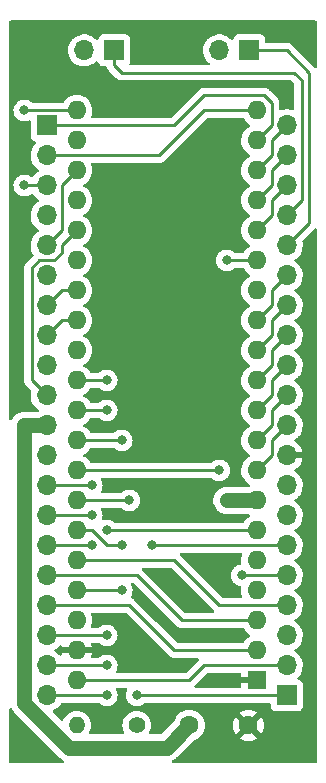
<source format=gbr>
%TF.GenerationSoftware,KiCad,Pcbnew,(6.0.0)*%
%TF.CreationDate,2022-06-05T20:03:00+09:00*%
%TF.ProjectId,phemu6809_emuz80_cnvpcb,7068656d-7536-4383-9039-5f656d757a38,rev?*%
%TF.SameCoordinates,Original*%
%TF.FileFunction,Copper,L1,Top*%
%TF.FilePolarity,Positive*%
%FSLAX46Y46*%
G04 Gerber Fmt 4.6, Leading zero omitted, Abs format (unit mm)*
G04 Created by KiCad (PCBNEW (6.0.0)) date 2022-06-05 20:03:01*
%MOMM*%
%LPD*%
G01*
G04 APERTURE LIST*
%TA.AperFunction,ComponentPad*%
%ADD10R,1.700000X1.700000*%
%TD*%
%TA.AperFunction,ComponentPad*%
%ADD11O,1.700000X1.700000*%
%TD*%
%TA.AperFunction,ComponentPad*%
%ADD12C,1.600000*%
%TD*%
%TA.AperFunction,ComponentPad*%
%ADD13C,1.400000*%
%TD*%
%TA.AperFunction,ComponentPad*%
%ADD14O,1.400000X1.400000*%
%TD*%
%TA.AperFunction,ComponentPad*%
%ADD15R,1.600000X1.600000*%
%TD*%
%TA.AperFunction,ComponentPad*%
%ADD16O,1.600000X1.600000*%
%TD*%
%TA.AperFunction,ViaPad*%
%ADD17C,0.800000*%
%TD*%
%TA.AperFunction,Conductor*%
%ADD18C,0.250000*%
%TD*%
%TA.AperFunction,Conductor*%
%ADD19C,1.270000*%
%TD*%
G04 APERTURE END LIST*
D10*
%TO.P,J3,1,Pin_1*%
%TO.N,/AB6*%
X126365000Y-57150000D03*
D11*
%TO.P,J3,2,Pin_2*%
%TO.N,/AB6O*%
X123825000Y-57150000D03*
%TD*%
D12*
%TO.P,C1,1*%
%TO.N,+5V*%
X121285000Y-114300000D03*
%TO.P,C1,2*%
%TO.N,GND*%
X126285000Y-114300000D03*
%TD*%
D13*
%TO.P,R1,1*%
%TO.N,/CLK*%
X116840000Y-114300000D03*
D14*
%TO.P,R1,2*%
%TO.N,Net-(J1-Pad6)*%
X111760000Y-114300000D03*
%TD*%
D15*
%TO.P,U1,1,VSS*%
%TO.N,GND*%
X127000000Y-110490000D03*
D16*
%TO.P,U1,2,~{NMI}*%
%TO.N,/NMI*%
X127000000Y-107950000D03*
%TO.P,U1,3,~{IRQ}*%
%TO.N,/IRQ*%
X127000000Y-105410000D03*
%TO.P,U1,4,~{FIRQ}*%
%TO.N,+5V*%
X127000000Y-102870000D03*
%TO.P,U1,5,BS*%
%TO.N,/BS*%
X127000000Y-100330000D03*
%TO.P,U1,6,BA*%
%TO.N,/BA*%
X127000000Y-97790000D03*
%TO.P,U1,7,VCC*%
%TO.N,+5V*%
X127000000Y-95250000D03*
%TO.P,U1,8,A0*%
%TO.N,/AB0*%
X127000000Y-92710000D03*
%TO.P,U1,9,A1*%
%TO.N,/AB1*%
X127000000Y-90170000D03*
%TO.P,U1,10,A2*%
%TO.N,/AB2*%
X127000000Y-87630000D03*
%TO.P,U1,11,A3*%
%TO.N,/AB3*%
X127000000Y-85090000D03*
%TO.P,U1,12,A4*%
%TO.N,/AB4*%
X127000000Y-82550000D03*
%TO.P,U1,13,A5*%
%TO.N,/AB5*%
X127000000Y-80010000D03*
%TO.P,U1,14,A6*%
%TO.N,/AB6O*%
X127000000Y-77470000D03*
%TO.P,U1,15,A7*%
%TO.N,/AB7O*%
X127000000Y-74930000D03*
%TO.P,U1,16,A8*%
%TO.N,/AB8*%
X127000000Y-72390000D03*
%TO.P,U1,17,A9*%
%TO.N,/AB9*%
X127000000Y-69850000D03*
%TO.P,U1,18,A10*%
%TO.N,/AB10*%
X127000000Y-67310000D03*
%TO.P,U1,19,A11*%
%TO.N,/AB11*%
X127000000Y-64770000D03*
%TO.P,U1,20,A12*%
%TO.N,/AB12*%
X127000000Y-62230000D03*
%TO.P,U1,21,A13*%
%TO.N,/AB13*%
X111760000Y-62230000D03*
%TO.P,U1,22,A14*%
%TO.N,/AB14*%
X111760000Y-64770000D03*
%TO.P,U1,23,A15*%
%TO.N,/AB15*%
X111760000Y-67310000D03*
%TO.P,U1,24,D7*%
%TO.N,/DB7*%
X111760000Y-69850000D03*
%TO.P,U1,25,D6*%
%TO.N,/DB6*%
X111760000Y-72390000D03*
%TO.P,U1,26,D5*%
%TO.N,/DB5*%
X111760000Y-74930000D03*
%TO.P,U1,27,D4*%
%TO.N,/DB4*%
X111760000Y-77470000D03*
%TO.P,U1,28,D3*%
%TO.N,/DB3*%
X111760000Y-80010000D03*
%TO.P,U1,29,D2*%
%TO.N,/DB2*%
X111760000Y-82550000D03*
%TO.P,U1,30,D1*%
%TO.N,/DB1*%
X111760000Y-85090000D03*
%TO.P,U1,31,D0*%
%TO.N,/DB0*%
X111760000Y-87630000D03*
%TO.P,U1,32,R/~{W}*%
%TO.N,/RW*%
X111760000Y-90170000D03*
%TO.P,U1,33,~{DMA/BREQ}*%
%TO.N,/DMA*%
X111760000Y-92710000D03*
%TO.P,U1,34,E*%
%TO.N,/E*%
X111760000Y-95250000D03*
%TO.P,U1,35,Q*%
%TO.N,/Q*%
X111760000Y-97790000D03*
%TO.P,U1,36,MRDY*%
%TO.N,/MRDY*%
X111760000Y-100330000D03*
%TO.P,U1,37,~{RESET}*%
%TO.N,/RESET*%
X111760000Y-102870000D03*
%TO.P,U1,38,EXTAL*%
%TO.N,/CLK*%
X111760000Y-105410000D03*
%TO.P,U1,39,XTAL*%
%TO.N,GND*%
X111760000Y-107950000D03*
%TO.P,U1,40,~{HALT}*%
%TO.N,/HALT*%
X111760000Y-110490000D03*
%TD*%
D10*
%TO.P,J4,1,Pin_1*%
%TO.N,/AB7*%
X114935000Y-57150000D03*
D11*
%TO.P,J4,2,Pin_2*%
%TO.N,/AB7O*%
X112395000Y-57150000D03*
%TD*%
D10*
%TO.P,J1,1,Pin_1*%
%TO.N,/AB11*%
X109220000Y-63500000D03*
D11*
%TO.P,J1,2,Pin_2*%
%TO.N,/AB12*%
X109220000Y-66040000D03*
%TO.P,J1,3,Pin_3*%
%TO.N,/AB13*%
X109220000Y-68580000D03*
%TO.P,J1,4,Pin_4*%
%TO.N,/AB14*%
X109220000Y-71120000D03*
%TO.P,J1,5,Pin_5*%
%TO.N,/AB15*%
X109220000Y-73660000D03*
%TO.P,J1,6,Pin_6*%
%TO.N,Net-(J1-Pad6)*%
X109220000Y-76200000D03*
%TO.P,J1,7,Pin_7*%
%TO.N,/DB4*%
X109220000Y-78740000D03*
%TO.P,J1,8,Pin_8*%
%TO.N,/DB3*%
X109220000Y-81280000D03*
%TO.P,J1,9,Pin_9*%
%TO.N,/DB5*%
X109220000Y-83820000D03*
%TO.P,J1,10,Pin_10*%
%TO.N,/DB6*%
X109220000Y-86360000D03*
%TO.P,J1,11,Pin_11*%
%TO.N,+5V*%
X109220000Y-88900000D03*
%TO.P,J1,12,Pin_12*%
%TO.N,/DB2*%
X109220000Y-91440000D03*
%TO.P,J1,13,Pin_13*%
%TO.N,/DB7*%
X109220000Y-93980000D03*
%TO.P,J1,14,Pin_14*%
%TO.N,/DB0*%
X109220000Y-96520000D03*
%TO.P,J1,15,Pin_15*%
%TO.N,/DB1*%
X109220000Y-99060000D03*
%TO.P,J1,16,Pin_16*%
%TO.N,/IRQ*%
X109220000Y-101600000D03*
%TO.P,J1,17,Pin_17*%
%TO.N,/NMI*%
X109220000Y-104140000D03*
%TO.P,J1,18,Pin_18*%
%TO.N,/BA*%
X109220000Y-106680000D03*
%TO.P,J1,19,Pin_19*%
%TO.N,/Q*%
X109220000Y-109220000D03*
%TO.P,J1,20,Pin_20*%
%TO.N,/E*%
X109220000Y-111760000D03*
%TD*%
D10*
%TO.P,J2,1,Pin_1*%
%TO.N,/RW*%
X129540000Y-111760000D03*
D11*
%TO.P,J2,2,Pin_2*%
%TO.N,/HALT*%
X129540000Y-109220000D03*
%TO.P,J2,3,Pin_3*%
%TO.N,unconnected-(J2-Pad3)*%
X129540000Y-106680000D03*
%TO.P,J2,4,Pin_4*%
%TO.N,/MRDY*%
X129540000Y-104140000D03*
%TO.P,J2,5,Pin_5*%
%TO.N,/DMA*%
X129540000Y-101600000D03*
%TO.P,J2,6,Pin_6*%
%TO.N,/RESET*%
X129540000Y-99060000D03*
%TO.P,J2,7,Pin_7*%
%TO.N,unconnected-(J2-Pad7)*%
X129540000Y-96520000D03*
%TO.P,J2,8,Pin_8*%
%TO.N,/BS*%
X129540000Y-93980000D03*
%TO.P,J2,9,Pin_9*%
%TO.N,GND*%
X129540000Y-91440000D03*
%TO.P,J2,10,Pin_10*%
%TO.N,/AB0*%
X129540000Y-88900000D03*
%TO.P,J2,11,Pin_11*%
%TO.N,/AB1*%
X129540000Y-86360000D03*
%TO.P,J2,12,Pin_12*%
%TO.N,/AB2*%
X129540000Y-83820000D03*
%TO.P,J2,13,Pin_13*%
%TO.N,/AB3*%
X129540000Y-81280000D03*
%TO.P,J2,14,Pin_14*%
%TO.N,/AB4*%
X129540000Y-78740000D03*
%TO.P,J2,15,Pin_15*%
%TO.N,/AB5*%
X129540000Y-76200000D03*
%TO.P,J2,16,Pin_16*%
%TO.N,/AB6*%
X129540000Y-73660000D03*
%TO.P,J2,17,Pin_17*%
%TO.N,/AB7*%
X129540000Y-71120000D03*
%TO.P,J2,18,Pin_18*%
%TO.N,/AB8*%
X129540000Y-68580000D03*
%TO.P,J2,19,Pin_19*%
%TO.N,/AB9*%
X129540000Y-66040000D03*
%TO.P,J2,20,Pin_20*%
%TO.N,/AB10*%
X129540000Y-63500000D03*
%TD*%
D17*
%TO.N,GND*%
X124460000Y-88900000D03*
X119380000Y-93980000D03*
X119380000Y-73660000D03*
X106680000Y-116840000D03*
X124460000Y-78740000D03*
X122555000Y-100330000D03*
X106680000Y-55880000D03*
X119380000Y-101600000D03*
X121920000Y-106680000D03*
X119380000Y-83820000D03*
X130810000Y-55880000D03*
X106680000Y-72390000D03*
X114300000Y-78740000D03*
X119380000Y-109220000D03*
X129540000Y-60960000D03*
X114300000Y-68580000D03*
%TO.N,/AB13*%
X107315000Y-68580000D03*
X107315000Y-62230000D03*
%TO.N,+5V*%
X124460000Y-95250000D03*
%TO.N,/DB7*%
X113030000Y-93980000D03*
%TO.N,/BA*%
X114300000Y-97790000D03*
X114300000Y-106680000D03*
%TO.N,/DB1*%
X113030000Y-99060000D03*
X114300000Y-85090000D03*
%TO.N,/DB0*%
X114300000Y-87630000D03*
X113030000Y-96520000D03*
%TO.N,/RW*%
X115570000Y-90170000D03*
X116840000Y-111760000D03*
%TO.N,/DMA*%
X123825000Y-92710000D03*
X125730000Y-101600000D03*
%TO.N,/E*%
X116205000Y-95250000D03*
X114300000Y-111760000D03*
%TO.N,/AB7O*%
X124460000Y-74930000D03*
%TO.N,/Q*%
X115570000Y-99060000D03*
X114300000Y-109220000D03*
%TO.N,/RESET*%
X118110000Y-99060000D03*
X115570000Y-102870000D03*
%TD*%
D18*
%TO.N,/AB13*%
X107315000Y-62230000D02*
X111760000Y-62230000D01*
X109220000Y-68580000D02*
X107315000Y-68580000D01*
%TO.N,/NMI*%
X120015000Y-107950000D02*
X127000000Y-107950000D01*
X109220000Y-104140000D02*
X116205000Y-104140000D01*
X116205000Y-104140000D02*
X120015000Y-107950000D01*
%TO.N,/IRQ*%
X120650000Y-105410000D02*
X127000000Y-105410000D01*
X116840000Y-101600000D02*
X120650000Y-105410000D01*
X109220000Y-101600000D02*
X116840000Y-101600000D01*
%TO.N,/AB15*%
X109220000Y-73660000D02*
X110490000Y-72390000D01*
X110490000Y-72390000D02*
X110490000Y-68580000D01*
X110490000Y-68580000D02*
X111760000Y-67310000D01*
D19*
%TO.N,+5V*%
X107315000Y-112395000D02*
X111125000Y-116205000D01*
X124460000Y-95250000D02*
X127000000Y-95250000D01*
X111125000Y-116205000D02*
X119380000Y-116205000D01*
X119380000Y-116205000D02*
X121285000Y-114300000D01*
X109220000Y-88900000D02*
X107315000Y-88900000D01*
X107315000Y-88900000D02*
X107315000Y-112395000D01*
D18*
%TO.N,/DB7*%
X109220000Y-93980000D02*
X113030000Y-93980000D01*
%TO.N,/DB6*%
X109855000Y-74930000D02*
X110490000Y-74295000D01*
X110490000Y-74295000D02*
X110490000Y-73660000D01*
X107950000Y-85090000D02*
X107950000Y-75565000D01*
X109220000Y-86360000D02*
X107950000Y-85090000D01*
X107950000Y-75565000D02*
X108585000Y-74930000D01*
X110490000Y-73660000D02*
X111760000Y-72390000D01*
X108585000Y-74930000D02*
X109855000Y-74930000D01*
%TO.N,/BA*%
X109220000Y-106680000D02*
X114300000Y-106680000D01*
X114300000Y-97790000D02*
X127000000Y-97790000D01*
%TO.N,/DB4*%
X109220000Y-78740000D02*
X110490000Y-77470000D01*
X110490000Y-77470000D02*
X111760000Y-77470000D01*
%TO.N,/AB0*%
X127000000Y-92710000D02*
X128270000Y-91440000D01*
X128270000Y-91440000D02*
X128270000Y-90170000D01*
X128270000Y-90170000D02*
X129540000Y-88900000D01*
%TO.N,/DB3*%
X109220000Y-81280000D02*
X110490000Y-80010000D01*
X110490000Y-80010000D02*
X111760000Y-80010000D01*
%TO.N,/AB1*%
X128270000Y-87630000D02*
X129540000Y-86360000D01*
X127000000Y-90170000D02*
X128270000Y-88900000D01*
X128270000Y-88900000D02*
X128270000Y-87630000D01*
%TO.N,/AB2*%
X127000000Y-87630000D02*
X128270000Y-86360000D01*
X128270000Y-86360000D02*
X128270000Y-85090000D01*
X128270000Y-85090000D02*
X129540000Y-83820000D01*
%TO.N,/DB1*%
X109220000Y-99060000D02*
X113030000Y-99060000D01*
X114300000Y-85090000D02*
X111760000Y-85090000D01*
%TO.N,/AB3*%
X128270000Y-83820000D02*
X128270000Y-82550000D01*
X128270000Y-82550000D02*
X129540000Y-81280000D01*
X127000000Y-85090000D02*
X128270000Y-83820000D01*
%TO.N,/DB0*%
X114300000Y-87630000D02*
X111760000Y-87630000D01*
X109220000Y-96520000D02*
X113030000Y-96520000D01*
%TO.N,/AB4*%
X127000000Y-82550000D02*
X128270000Y-81280000D01*
X128270000Y-80010000D02*
X129540000Y-78740000D01*
X128270000Y-81280000D02*
X128270000Y-80010000D01*
%TO.N,/RW*%
X111760000Y-90170000D02*
X115570000Y-90170000D01*
X116840000Y-111760000D02*
X129540000Y-111760000D01*
%TO.N,/AB5*%
X128270000Y-77470000D02*
X129540000Y-76200000D01*
X127000000Y-80010000D02*
X128270000Y-78740000D01*
X128270000Y-78740000D02*
X128270000Y-77470000D01*
%TO.N,/DMA*%
X129540000Y-101600000D02*
X125730000Y-101600000D01*
X123825000Y-92710000D02*
X111760000Y-92710000D01*
%TO.N,/E*%
X116205000Y-95250000D02*
X111760000Y-95250000D01*
X109220000Y-111760000D02*
X114300000Y-111760000D01*
%TO.N,/AB7O*%
X127000000Y-74930000D02*
X124460000Y-74930000D01*
%TO.N,/Q*%
X114300000Y-99060000D02*
X113030000Y-97790000D01*
X115570000Y-99060000D02*
X114300000Y-99060000D01*
X113030000Y-97790000D02*
X111760000Y-97790000D01*
X109220000Y-109220000D02*
X114300000Y-109220000D01*
%TO.N,/AB8*%
X128270000Y-69850000D02*
X129540000Y-68580000D01*
X128270000Y-71120000D02*
X128270000Y-69850000D01*
X127000000Y-72390000D02*
X128270000Y-71120000D01*
%TO.N,/MRDY*%
X123825000Y-104140000D02*
X129540000Y-104140000D01*
X120015000Y-100330000D02*
X123825000Y-104140000D01*
X111760000Y-100330000D02*
X120015000Y-100330000D01*
%TO.N,/AB9*%
X127000000Y-69850000D02*
X128270000Y-68580000D01*
X128270000Y-68580000D02*
X128270000Y-67310000D01*
X128270000Y-67310000D02*
X129540000Y-66040000D01*
%TO.N,/RESET*%
X118110000Y-99060000D02*
X129540000Y-99060000D01*
X111760000Y-102870000D02*
X115570000Y-102870000D01*
%TO.N,/AB10*%
X128270000Y-64770000D02*
X129540000Y-63500000D01*
X128270000Y-66040000D02*
X128270000Y-64770000D01*
X127000000Y-67310000D02*
X128270000Y-66040000D01*
%TO.N,/AB11*%
X127635000Y-60960000D02*
X128270000Y-61595000D01*
X120015000Y-63500000D02*
X122555000Y-60960000D01*
X122555000Y-60960000D02*
X127635000Y-60960000D01*
X128270000Y-63500000D02*
X127000000Y-64770000D01*
X109220000Y-63500000D02*
X120015000Y-63500000D01*
X128270000Y-61595000D02*
X128270000Y-63500000D01*
%TO.N,/AB12*%
X109220000Y-66040000D02*
X118745000Y-66040000D01*
X118745000Y-66040000D02*
X122555000Y-62230000D01*
X122555000Y-62230000D02*
X127000000Y-62230000D01*
%TO.N,/HALT*%
X121285000Y-110490000D02*
X122555000Y-109220000D01*
X111760000Y-110490000D02*
X121285000Y-110490000D01*
X122555000Y-109220000D02*
X129540000Y-109220000D01*
%TO.N,/AB6*%
X131445000Y-59055000D02*
X131445000Y-71755000D01*
X126365000Y-57150000D02*
X129540000Y-57150000D01*
X129540000Y-57150000D02*
X131445000Y-59055000D01*
X131445000Y-71755000D02*
X129540000Y-73660000D01*
%TO.N,/AB7*%
X130175000Y-59055000D02*
X115570000Y-59055000D01*
X129540000Y-71120000D02*
X130810000Y-69850000D01*
X115570000Y-59055000D02*
X114935000Y-58420000D01*
X130810000Y-59690000D02*
X130175000Y-59055000D01*
X130810000Y-69850000D02*
X130810000Y-59690000D01*
X114935000Y-58420000D02*
X114935000Y-57150000D01*
%TD*%
%TA.AperFunction,Conductor*%
%TO.N,GND*%
G36*
X106253512Y-112852069D02*
G01*
X106282508Y-112888625D01*
X106295215Y-112912777D01*
X106296695Y-112915681D01*
X106335829Y-112995037D01*
X106339287Y-112999668D01*
X106341250Y-113002871D01*
X106347173Y-113012258D01*
X106349182Y-113015351D01*
X106351871Y-113020463D01*
X106406656Y-113089956D01*
X106408627Y-113092526D01*
X106458116Y-113158801D01*
X106458123Y-113158808D01*
X106461573Y-113163429D01*
X106465807Y-113167343D01*
X106465809Y-113167345D01*
X106521973Y-113219262D01*
X106525539Y-113222692D01*
X110286151Y-116983304D01*
X110291788Y-116989322D01*
X110334494Y-117038019D01*
X110339029Y-117041594D01*
X110339030Y-117041595D01*
X110403982Y-117092798D01*
X110406547Y-117094876D01*
X110470100Y-117147734D01*
X110470105Y-117147738D01*
X110474540Y-117151426D01*
X110479574Y-117154245D01*
X110482584Y-117156314D01*
X110491854Y-117162508D01*
X110494999Y-117164551D01*
X110499537Y-117168128D01*
X110504645Y-117170816D01*
X110504649Y-117170818D01*
X110577816Y-117209312D01*
X110580716Y-117210887D01*
X110631032Y-117239066D01*
X110680694Y-117289804D01*
X110695040Y-117359336D01*
X110669518Y-117425586D01*
X110612229Y-117467521D01*
X110569465Y-117475000D01*
X106171000Y-117475000D01*
X106102879Y-117454998D01*
X106056386Y-117401342D01*
X106045000Y-117349000D01*
X106045000Y-112947293D01*
X106065002Y-112879172D01*
X106118658Y-112832679D01*
X106188932Y-112822575D01*
X106253512Y-112852069D01*
G37*
%TD.AperFunction*%
%TA.AperFunction,Conductor*%
G36*
X131994300Y-72203082D02*
G01*
X132052445Y-72243821D01*
X132079334Y-72309528D01*
X132080000Y-72322463D01*
X132080000Y-117349000D01*
X132059998Y-117417121D01*
X132006342Y-117463614D01*
X131954000Y-117475000D01*
X119932293Y-117475000D01*
X119864172Y-117454998D01*
X119817679Y-117401342D01*
X119807575Y-117331068D01*
X119837069Y-117266488D01*
X119873625Y-117237492D01*
X119897777Y-117224785D01*
X119900682Y-117223305D01*
X119925863Y-117210887D01*
X119980037Y-117184171D01*
X119984668Y-117180713D01*
X119987871Y-117178750D01*
X119997258Y-117172827D01*
X120000351Y-117170818D01*
X120005463Y-117168129D01*
X120074956Y-117113344D01*
X120077526Y-117111373D01*
X120143801Y-117061884D01*
X120143808Y-117061877D01*
X120148429Y-117058427D01*
X120163989Y-117041595D01*
X120204262Y-116998027D01*
X120207692Y-116994461D01*
X121619700Y-115582453D01*
X121676184Y-115549841D01*
X121728929Y-115535708D01*
X121728930Y-115535708D01*
X121734243Y-115534284D01*
X121831409Y-115488975D01*
X121936762Y-115439849D01*
X121936767Y-115439846D01*
X121941749Y-115437523D01*
X122015243Y-115386062D01*
X125563493Y-115386062D01*
X125572789Y-115398077D01*
X125623994Y-115433931D01*
X125633489Y-115439414D01*
X125830947Y-115531490D01*
X125841239Y-115535236D01*
X126051688Y-115591625D01*
X126062481Y-115593528D01*
X126279525Y-115612517D01*
X126290475Y-115612517D01*
X126507519Y-115593528D01*
X126518312Y-115591625D01*
X126728761Y-115535236D01*
X126739053Y-115531490D01*
X126936511Y-115439414D01*
X126946006Y-115433931D01*
X126998048Y-115397491D01*
X127006424Y-115387012D01*
X126999356Y-115373566D01*
X126297812Y-114672022D01*
X126283868Y-114664408D01*
X126282035Y-114664539D01*
X126275420Y-114668790D01*
X125569923Y-115374287D01*
X125563493Y-115386062D01*
X122015243Y-115386062D01*
X122046611Y-115364098D01*
X122124789Y-115309357D01*
X122124792Y-115309355D01*
X122129300Y-115306198D01*
X122291198Y-115144300D01*
X122422523Y-114956749D01*
X122424846Y-114951767D01*
X122424849Y-114951762D01*
X122516961Y-114754225D01*
X122516961Y-114754224D01*
X122519284Y-114749243D01*
X122529907Y-114709600D01*
X122577119Y-114533402D01*
X122577119Y-114533400D01*
X122578543Y-114528087D01*
X122598019Y-114305475D01*
X124972483Y-114305475D01*
X124991472Y-114522519D01*
X124993375Y-114533312D01*
X125049764Y-114743761D01*
X125053510Y-114754053D01*
X125145586Y-114951511D01*
X125151069Y-114961006D01*
X125187509Y-115013048D01*
X125197988Y-115021424D01*
X125211434Y-115014356D01*
X125912978Y-114312812D01*
X125919356Y-114301132D01*
X126649408Y-114301132D01*
X126649539Y-114302965D01*
X126653790Y-114309580D01*
X127359287Y-115015077D01*
X127371062Y-115021507D01*
X127383077Y-115012211D01*
X127418931Y-114961006D01*
X127424414Y-114951511D01*
X127516490Y-114754053D01*
X127520236Y-114743761D01*
X127576625Y-114533312D01*
X127578528Y-114522519D01*
X127597517Y-114305475D01*
X127597517Y-114294525D01*
X127578528Y-114077481D01*
X127576625Y-114066688D01*
X127520236Y-113856239D01*
X127516490Y-113845947D01*
X127424414Y-113648489D01*
X127418931Y-113638994D01*
X127382491Y-113586952D01*
X127372012Y-113578576D01*
X127358566Y-113585644D01*
X126657022Y-114287188D01*
X126649408Y-114301132D01*
X125919356Y-114301132D01*
X125920592Y-114298868D01*
X125920461Y-114297035D01*
X125916210Y-114290420D01*
X125210713Y-113584923D01*
X125198938Y-113578493D01*
X125186923Y-113587789D01*
X125151069Y-113638994D01*
X125145586Y-113648489D01*
X125053510Y-113845947D01*
X125049764Y-113856239D01*
X124993375Y-114066688D01*
X124991472Y-114077481D01*
X124972483Y-114294525D01*
X124972483Y-114305475D01*
X122598019Y-114305475D01*
X122598498Y-114300000D01*
X122578543Y-114071913D01*
X122541981Y-113935461D01*
X122520707Y-113856067D01*
X122520706Y-113856065D01*
X122519284Y-113850757D01*
X122516961Y-113845775D01*
X122424849Y-113648238D01*
X122424846Y-113648233D01*
X122422523Y-113643251D01*
X122291198Y-113455700D01*
X122129300Y-113293802D01*
X122124792Y-113290645D01*
X122124789Y-113290643D01*
X122013886Y-113212988D01*
X125563576Y-113212988D01*
X125570644Y-113226434D01*
X126272188Y-113927978D01*
X126286132Y-113935592D01*
X126287965Y-113935461D01*
X126294580Y-113931210D01*
X127000077Y-113225713D01*
X127006507Y-113213938D01*
X126997211Y-113201923D01*
X126946006Y-113166069D01*
X126936511Y-113160586D01*
X126739053Y-113068510D01*
X126728761Y-113064764D01*
X126518312Y-113008375D01*
X126507519Y-113006472D01*
X126290475Y-112987483D01*
X126279525Y-112987483D01*
X126062481Y-113006472D01*
X126051688Y-113008375D01*
X125841239Y-113064764D01*
X125830947Y-113068510D01*
X125633489Y-113160586D01*
X125623994Y-113166069D01*
X125571952Y-113202509D01*
X125563576Y-113212988D01*
X122013886Y-113212988D01*
X121998920Y-113202509D01*
X121941749Y-113162477D01*
X121936767Y-113160154D01*
X121936762Y-113160151D01*
X121739225Y-113068039D01*
X121739224Y-113068039D01*
X121734243Y-113065716D01*
X121728935Y-113064294D01*
X121728933Y-113064293D01*
X121518402Y-113007881D01*
X121518400Y-113007881D01*
X121513087Y-113006457D01*
X121285000Y-112986502D01*
X121056913Y-113006457D01*
X121051600Y-113007881D01*
X121051598Y-113007881D01*
X120841067Y-113064293D01*
X120841065Y-113064294D01*
X120835757Y-113065716D01*
X120830776Y-113068039D01*
X120830775Y-113068039D01*
X120633238Y-113160151D01*
X120633233Y-113160154D01*
X120628251Y-113162477D01*
X120571080Y-113202509D01*
X120445211Y-113290643D01*
X120445208Y-113290645D01*
X120440700Y-113293802D01*
X120278802Y-113455700D01*
X120147477Y-113643251D01*
X120145154Y-113648233D01*
X120145151Y-113648238D01*
X120121750Y-113698423D01*
X120050716Y-113850757D01*
X120049293Y-113856067D01*
X120049292Y-113856071D01*
X120035159Y-113908816D01*
X120002547Y-113965300D01*
X118943252Y-115024595D01*
X118880940Y-115058621D01*
X118854157Y-115061500D01*
X118016119Y-115061500D01*
X117947998Y-115041498D01*
X117901505Y-114987842D01*
X117891401Y-114917568D01*
X117901924Y-114882250D01*
X117977633Y-114719892D01*
X117977634Y-114719891D01*
X117979956Y-114714910D01*
X118031484Y-114522607D01*
X118033262Y-114515970D01*
X118033262Y-114515968D01*
X118034686Y-114510655D01*
X118053116Y-114300000D01*
X118034686Y-114089345D01*
X118031507Y-114077481D01*
X117981379Y-113890400D01*
X117981378Y-113890398D01*
X117979956Y-113885090D01*
X117966424Y-113856071D01*
X117892912Y-113698423D01*
X117892910Y-113698420D01*
X117890589Y-113693442D01*
X117769301Y-113520224D01*
X117619776Y-113370699D01*
X117446558Y-113249411D01*
X117441580Y-113247090D01*
X117441577Y-113247088D01*
X117259892Y-113162367D01*
X117259891Y-113162366D01*
X117254910Y-113160044D01*
X117249602Y-113158622D01*
X117249600Y-113158621D01*
X117055970Y-113106738D01*
X117055968Y-113106738D01*
X117050655Y-113105314D01*
X116840000Y-113086884D01*
X116629345Y-113105314D01*
X116624032Y-113106738D01*
X116624030Y-113106738D01*
X116430400Y-113158621D01*
X116430398Y-113158622D01*
X116425090Y-113160044D01*
X116420109Y-113162366D01*
X116420108Y-113162367D01*
X116238423Y-113247088D01*
X116238420Y-113247090D01*
X116233442Y-113249411D01*
X116060224Y-113370699D01*
X115910699Y-113520224D01*
X115789411Y-113693442D01*
X115787090Y-113698420D01*
X115787088Y-113698423D01*
X115713576Y-113856071D01*
X115700044Y-113885090D01*
X115698622Y-113890398D01*
X115698621Y-113890400D01*
X115648493Y-114077481D01*
X115645314Y-114089345D01*
X115626884Y-114300000D01*
X115645314Y-114510655D01*
X115646738Y-114515968D01*
X115646738Y-114515970D01*
X115648517Y-114522607D01*
X115700044Y-114714910D01*
X115702366Y-114719891D01*
X115702367Y-114719892D01*
X115778076Y-114882250D01*
X115788737Y-114952442D01*
X115759757Y-115017254D01*
X115700337Y-115056111D01*
X115663881Y-115061500D01*
X112936119Y-115061500D01*
X112867998Y-115041498D01*
X112821505Y-114987842D01*
X112811401Y-114917568D01*
X112821924Y-114882250D01*
X112897633Y-114719892D01*
X112897634Y-114719891D01*
X112899956Y-114714910D01*
X112951484Y-114522607D01*
X112953262Y-114515970D01*
X112953262Y-114515968D01*
X112954686Y-114510655D01*
X112973116Y-114300000D01*
X112954686Y-114089345D01*
X112951507Y-114077481D01*
X112901379Y-113890400D01*
X112901378Y-113890398D01*
X112899956Y-113885090D01*
X112886424Y-113856071D01*
X112812912Y-113698423D01*
X112812910Y-113698420D01*
X112810589Y-113693442D01*
X112689301Y-113520224D01*
X112539776Y-113370699D01*
X112366558Y-113249411D01*
X112361580Y-113247090D01*
X112361577Y-113247088D01*
X112179892Y-113162367D01*
X112179891Y-113162366D01*
X112174910Y-113160044D01*
X112169602Y-113158622D01*
X112169600Y-113158621D01*
X111975970Y-113106738D01*
X111975968Y-113106738D01*
X111970655Y-113105314D01*
X111760000Y-113086884D01*
X111549345Y-113105314D01*
X111544032Y-113106738D01*
X111544030Y-113106738D01*
X111350400Y-113158621D01*
X111350398Y-113158622D01*
X111345090Y-113160044D01*
X111340109Y-113162366D01*
X111340108Y-113162367D01*
X111158423Y-113247088D01*
X111158420Y-113247090D01*
X111153442Y-113249411D01*
X110980224Y-113370699D01*
X110830699Y-113520224D01*
X110709411Y-113693442D01*
X110633498Y-113856239D01*
X110633189Y-113856901D01*
X110586272Y-113910186D01*
X110517995Y-113929647D01*
X110450035Y-113909105D01*
X110429899Y-113892746D01*
X109740673Y-113203520D01*
X109706647Y-113141208D01*
X109711712Y-113070393D01*
X109754259Y-113013557D01*
X109774335Y-113001274D01*
X109913350Y-112933171D01*
X109913349Y-112933171D01*
X109917994Y-112930896D01*
X110099860Y-112801173D01*
X110258096Y-112643489D01*
X110265084Y-112633765D01*
X110385435Y-112466277D01*
X110388453Y-112462077D01*
X110390746Y-112457437D01*
X110392446Y-112454608D01*
X110444674Y-112406518D01*
X110500451Y-112393500D01*
X113591800Y-112393500D01*
X113659921Y-112413502D01*
X113679147Y-112429843D01*
X113679420Y-112429540D01*
X113684332Y-112433963D01*
X113688747Y-112438866D01*
X113710329Y-112454546D01*
X113792906Y-112514542D01*
X113843248Y-112551118D01*
X113849276Y-112553802D01*
X113849278Y-112553803D01*
X113962650Y-112604279D01*
X114017712Y-112628794D01*
X114104009Y-112647137D01*
X114198056Y-112667128D01*
X114198061Y-112667128D01*
X114204513Y-112668500D01*
X114395487Y-112668500D01*
X114401939Y-112667128D01*
X114401944Y-112667128D01*
X114495991Y-112647137D01*
X114582288Y-112628794D01*
X114637350Y-112604279D01*
X114750722Y-112553803D01*
X114750724Y-112553802D01*
X114756752Y-112551118D01*
X114911253Y-112438866D01*
X114952101Y-112393500D01*
X115034621Y-112301852D01*
X115034622Y-112301851D01*
X115039040Y-112296944D01*
X115134527Y-112131556D01*
X115193542Y-111949928D01*
X115213504Y-111760000D01*
X115193542Y-111570072D01*
X115134527Y-111388444D01*
X115090681Y-111312500D01*
X115073943Y-111243504D01*
X115097164Y-111176413D01*
X115152971Y-111132526D01*
X115199800Y-111123500D01*
X115940200Y-111123500D01*
X116008321Y-111143502D01*
X116054814Y-111197158D01*
X116064918Y-111267432D01*
X116049319Y-111312500D01*
X116005473Y-111388444D01*
X115946458Y-111570072D01*
X115926496Y-111760000D01*
X115946458Y-111949928D01*
X116005473Y-112131556D01*
X116100960Y-112296944D01*
X116105378Y-112301851D01*
X116105379Y-112301852D01*
X116187899Y-112393500D01*
X116228747Y-112438866D01*
X116383248Y-112551118D01*
X116389276Y-112553802D01*
X116389278Y-112553803D01*
X116502650Y-112604279D01*
X116557712Y-112628794D01*
X116644009Y-112647137D01*
X116738056Y-112667128D01*
X116738061Y-112667128D01*
X116744513Y-112668500D01*
X116935487Y-112668500D01*
X116941939Y-112667128D01*
X116941944Y-112667128D01*
X117035991Y-112647137D01*
X117122288Y-112628794D01*
X117177350Y-112604279D01*
X117290722Y-112553803D01*
X117290724Y-112553802D01*
X117296752Y-112551118D01*
X117347095Y-112514542D01*
X117429671Y-112454546D01*
X117451253Y-112438866D01*
X117455668Y-112433963D01*
X117460580Y-112429540D01*
X117461705Y-112430789D01*
X117515014Y-112397949D01*
X117548200Y-112393500D01*
X128055500Y-112393500D01*
X128123621Y-112413502D01*
X128170114Y-112467158D01*
X128181500Y-112519500D01*
X128181500Y-112658134D01*
X128188255Y-112720316D01*
X128239385Y-112856705D01*
X128326739Y-112973261D01*
X128443295Y-113060615D01*
X128579684Y-113111745D01*
X128641866Y-113118500D01*
X130438134Y-113118500D01*
X130500316Y-113111745D01*
X130636705Y-113060615D01*
X130753261Y-112973261D01*
X130840615Y-112856705D01*
X130891745Y-112720316D01*
X130898500Y-112658134D01*
X130898500Y-110861866D01*
X130891745Y-110799684D01*
X130840615Y-110663295D01*
X130753261Y-110546739D01*
X130636705Y-110459385D01*
X130609905Y-110449338D01*
X130518203Y-110414960D01*
X130461439Y-110372318D01*
X130436739Y-110305756D01*
X130451947Y-110236408D01*
X130473493Y-110207727D01*
X130574435Y-110107137D01*
X130578096Y-110103489D01*
X130583118Y-110096501D01*
X130705435Y-109926277D01*
X130708453Y-109922077D01*
X130759103Y-109819595D01*
X130805136Y-109726453D01*
X130805137Y-109726451D01*
X130807430Y-109721811D01*
X130872370Y-109508069D01*
X130901529Y-109286590D01*
X130903156Y-109220000D01*
X130884852Y-108997361D01*
X130830431Y-108780702D01*
X130741354Y-108575840D01*
X130688899Y-108494757D01*
X130622822Y-108392617D01*
X130622820Y-108392614D01*
X130620014Y-108388277D01*
X130469670Y-108223051D01*
X130465619Y-108219852D01*
X130465615Y-108219848D01*
X130298414Y-108087800D01*
X130298410Y-108087798D01*
X130294359Y-108084598D01*
X130253053Y-108061796D01*
X130203084Y-108011364D01*
X130188312Y-107941921D01*
X130213428Y-107875516D01*
X130240780Y-107848909D01*
X130297378Y-107808538D01*
X130419860Y-107721173D01*
X130578096Y-107563489D01*
X130587670Y-107550166D01*
X130705435Y-107386277D01*
X130708453Y-107382077D01*
X130718006Y-107362749D01*
X130805136Y-107186453D01*
X130805137Y-107186451D01*
X130807430Y-107181811D01*
X130872370Y-106968069D01*
X130901529Y-106746590D01*
X130901611Y-106743240D01*
X130903074Y-106683365D01*
X130903074Y-106683361D01*
X130903156Y-106680000D01*
X130884852Y-106457361D01*
X130830431Y-106240702D01*
X130741354Y-106035840D01*
X130688899Y-105954757D01*
X130622822Y-105852617D01*
X130622820Y-105852614D01*
X130620014Y-105848277D01*
X130469670Y-105683051D01*
X130465619Y-105679852D01*
X130465615Y-105679848D01*
X130298414Y-105547800D01*
X130298410Y-105547798D01*
X130294359Y-105544598D01*
X130253053Y-105521796D01*
X130203084Y-105471364D01*
X130188312Y-105401921D01*
X130213428Y-105335516D01*
X130240780Y-105308909D01*
X130297378Y-105268538D01*
X130419860Y-105181173D01*
X130468734Y-105132470D01*
X130574435Y-105027137D01*
X130578096Y-105023489D01*
X130583118Y-105016501D01*
X130705435Y-104846277D01*
X130708453Y-104842077D01*
X130759103Y-104739595D01*
X130805136Y-104646453D01*
X130805137Y-104646451D01*
X130807430Y-104641811D01*
X130872370Y-104428069D01*
X130901529Y-104206590D01*
X130903156Y-104140000D01*
X130884852Y-103917361D01*
X130830431Y-103700702D01*
X130741354Y-103495840D01*
X130633229Y-103328704D01*
X130622822Y-103312617D01*
X130622820Y-103312614D01*
X130620014Y-103308277D01*
X130469670Y-103143051D01*
X130465619Y-103139852D01*
X130465615Y-103139848D01*
X130298414Y-103007800D01*
X130298410Y-103007798D01*
X130294359Y-103004598D01*
X130253053Y-102981796D01*
X130203084Y-102931364D01*
X130188312Y-102861921D01*
X130213428Y-102795516D01*
X130240780Y-102768909D01*
X130297378Y-102728538D01*
X130419860Y-102641173D01*
X130468734Y-102592470D01*
X130552997Y-102508500D01*
X130578096Y-102483489D01*
X130583118Y-102476501D01*
X130705435Y-102306277D01*
X130708453Y-102302077D01*
X130718006Y-102282749D01*
X130805136Y-102106453D01*
X130805137Y-102106451D01*
X130807430Y-102101811D01*
X130872370Y-101888069D01*
X130901529Y-101666590D01*
X130903156Y-101600000D01*
X130884852Y-101377361D01*
X130830431Y-101160702D01*
X130741354Y-100955840D01*
X130701906Y-100894862D01*
X130622822Y-100772617D01*
X130622820Y-100772614D01*
X130620014Y-100768277D01*
X130469670Y-100603051D01*
X130465619Y-100599852D01*
X130465615Y-100599848D01*
X130298414Y-100467800D01*
X130298410Y-100467798D01*
X130294359Y-100464598D01*
X130253053Y-100441796D01*
X130203084Y-100391364D01*
X130188312Y-100321921D01*
X130213428Y-100255516D01*
X130240780Y-100228909D01*
X130297378Y-100188538D01*
X130419860Y-100101173D01*
X130468734Y-100052470D01*
X130574435Y-99947137D01*
X130578096Y-99943489D01*
X130583118Y-99936501D01*
X130705435Y-99766277D01*
X130708453Y-99762077D01*
X130721191Y-99736305D01*
X130805136Y-99566453D01*
X130805137Y-99566451D01*
X130807430Y-99561811D01*
X130872370Y-99348069D01*
X130901529Y-99126590D01*
X130903156Y-99060000D01*
X130884852Y-98837361D01*
X130830431Y-98620702D01*
X130741354Y-98415840D01*
X130701906Y-98354862D01*
X130622822Y-98232617D01*
X130622820Y-98232614D01*
X130620014Y-98228277D01*
X130469670Y-98063051D01*
X130465619Y-98059852D01*
X130465615Y-98059848D01*
X130298414Y-97927800D01*
X130298410Y-97927798D01*
X130294359Y-97924598D01*
X130253053Y-97901796D01*
X130203084Y-97851364D01*
X130188312Y-97781921D01*
X130213428Y-97715516D01*
X130240780Y-97688909D01*
X130297378Y-97648538D01*
X130419860Y-97561173D01*
X130468734Y-97512470D01*
X130574435Y-97407137D01*
X130578096Y-97403489D01*
X130583118Y-97396501D01*
X130705435Y-97226277D01*
X130708453Y-97222077D01*
X130752354Y-97133251D01*
X130805136Y-97026453D01*
X130805137Y-97026451D01*
X130807430Y-97021811D01*
X130872370Y-96808069D01*
X130901529Y-96586590D01*
X130901611Y-96583240D01*
X130903074Y-96523365D01*
X130903074Y-96523361D01*
X130903156Y-96520000D01*
X130884852Y-96297361D01*
X130830431Y-96080702D01*
X130741354Y-95875840D01*
X130683845Y-95786944D01*
X130622822Y-95692617D01*
X130622820Y-95692614D01*
X130620014Y-95688277D01*
X130469670Y-95523051D01*
X130465619Y-95519852D01*
X130465615Y-95519848D01*
X130298414Y-95387800D01*
X130298410Y-95387798D01*
X130294359Y-95384598D01*
X130253053Y-95361796D01*
X130203084Y-95311364D01*
X130188312Y-95241921D01*
X130213428Y-95175516D01*
X130240780Y-95148909D01*
X130297378Y-95108538D01*
X130419860Y-95021173D01*
X130468734Y-94972470D01*
X130520567Y-94920817D01*
X130578096Y-94863489D01*
X130583118Y-94856501D01*
X130705435Y-94686277D01*
X130708453Y-94682077D01*
X130752354Y-94593251D01*
X130805136Y-94486453D01*
X130805137Y-94486451D01*
X130807430Y-94481811D01*
X130872370Y-94268069D01*
X130901529Y-94046590D01*
X130901611Y-94043240D01*
X130903074Y-93983365D01*
X130903074Y-93983361D01*
X130903156Y-93980000D01*
X130884852Y-93757361D01*
X130830431Y-93540702D01*
X130741354Y-93335840D01*
X130683845Y-93246944D01*
X130622822Y-93152617D01*
X130622820Y-93152614D01*
X130620014Y-93148277D01*
X130469670Y-92983051D01*
X130465619Y-92979852D01*
X130465615Y-92979848D01*
X130298414Y-92847800D01*
X130298410Y-92847798D01*
X130294359Y-92844598D01*
X130252569Y-92821529D01*
X130202598Y-92771097D01*
X130187826Y-92701654D01*
X130212942Y-92635248D01*
X130240294Y-92608641D01*
X130415328Y-92483792D01*
X130423200Y-92477139D01*
X130574052Y-92326812D01*
X130580730Y-92318965D01*
X130705003Y-92146020D01*
X130710313Y-92137183D01*
X130804670Y-91946267D01*
X130808469Y-91936672D01*
X130870377Y-91732910D01*
X130872555Y-91722837D01*
X130873986Y-91711962D01*
X130871775Y-91697778D01*
X130858617Y-91694000D01*
X129412000Y-91694000D01*
X129343879Y-91673998D01*
X129297386Y-91620342D01*
X129286000Y-91568000D01*
X129286000Y-91312000D01*
X129306002Y-91243879D01*
X129359658Y-91197386D01*
X129412000Y-91186000D01*
X130858344Y-91186000D01*
X130871875Y-91182027D01*
X130873180Y-91172947D01*
X130831214Y-91005875D01*
X130827894Y-90996124D01*
X130742972Y-90800814D01*
X130738105Y-90791739D01*
X130622426Y-90612926D01*
X130616136Y-90604757D01*
X130472806Y-90447240D01*
X130465273Y-90440215D01*
X130298139Y-90308222D01*
X130289556Y-90302520D01*
X130252602Y-90282120D01*
X130202631Y-90231687D01*
X130187859Y-90162245D01*
X130212975Y-90095839D01*
X130240327Y-90069232D01*
X130365325Y-89980072D01*
X130419860Y-89941173D01*
X130468734Y-89892470D01*
X130520567Y-89840817D01*
X130578096Y-89783489D01*
X130583118Y-89776501D01*
X130705435Y-89606277D01*
X130708453Y-89602077D01*
X130752354Y-89513251D01*
X130805136Y-89406453D01*
X130805137Y-89406451D01*
X130807430Y-89401811D01*
X130869332Y-89198068D01*
X130870865Y-89193023D01*
X130870865Y-89193021D01*
X130872370Y-89188069D01*
X130901529Y-88966590D01*
X130901611Y-88963240D01*
X130903074Y-88903365D01*
X130903074Y-88903361D01*
X130903156Y-88900000D01*
X130884852Y-88677361D01*
X130830431Y-88460702D01*
X130741354Y-88255840D01*
X130683845Y-88166944D01*
X130622822Y-88072617D01*
X130622820Y-88072614D01*
X130620014Y-88068277D01*
X130469670Y-87903051D01*
X130465619Y-87899852D01*
X130465615Y-87899848D01*
X130298414Y-87767800D01*
X130298410Y-87767798D01*
X130294359Y-87764598D01*
X130253053Y-87741796D01*
X130203084Y-87691364D01*
X130188312Y-87621921D01*
X130213428Y-87555516D01*
X130240780Y-87528909D01*
X130284603Y-87497650D01*
X130419860Y-87401173D01*
X130468734Y-87352470D01*
X130520567Y-87300817D01*
X130578096Y-87243489D01*
X130583118Y-87236501D01*
X130705435Y-87066277D01*
X130708453Y-87062077D01*
X130752354Y-86973251D01*
X130805136Y-86866453D01*
X130805137Y-86866451D01*
X130807430Y-86861811D01*
X130869332Y-86658068D01*
X130870865Y-86653023D01*
X130870865Y-86653021D01*
X130872370Y-86648069D01*
X130901529Y-86426590D01*
X130901611Y-86423240D01*
X130903074Y-86363365D01*
X130903074Y-86363361D01*
X130903156Y-86360000D01*
X130884852Y-86137361D01*
X130830431Y-85920702D01*
X130741354Y-85715840D01*
X130683845Y-85626944D01*
X130622822Y-85532617D01*
X130622820Y-85532614D01*
X130620014Y-85528277D01*
X130469670Y-85363051D01*
X130465619Y-85359852D01*
X130465615Y-85359848D01*
X130298414Y-85227800D01*
X130298410Y-85227798D01*
X130294359Y-85224598D01*
X130253053Y-85201796D01*
X130203084Y-85151364D01*
X130188312Y-85081921D01*
X130213428Y-85015516D01*
X130240780Y-84988909D01*
X130365325Y-84900072D01*
X130419860Y-84861173D01*
X130468734Y-84812470D01*
X130520567Y-84760817D01*
X130578096Y-84703489D01*
X130583118Y-84696501D01*
X130705435Y-84526277D01*
X130708453Y-84522077D01*
X130752354Y-84433251D01*
X130805136Y-84326453D01*
X130805137Y-84326451D01*
X130807430Y-84321811D01*
X130869332Y-84118068D01*
X130870865Y-84113023D01*
X130870865Y-84113021D01*
X130872370Y-84108069D01*
X130901529Y-83886590D01*
X130901611Y-83883240D01*
X130903074Y-83823365D01*
X130903074Y-83823361D01*
X130903156Y-83820000D01*
X130884852Y-83597361D01*
X130830431Y-83380702D01*
X130741354Y-83175840D01*
X130701906Y-83114862D01*
X130622822Y-82992617D01*
X130622820Y-82992614D01*
X130620014Y-82988277D01*
X130469670Y-82823051D01*
X130465619Y-82819852D01*
X130465615Y-82819848D01*
X130298414Y-82687800D01*
X130298410Y-82687798D01*
X130294359Y-82684598D01*
X130253053Y-82661796D01*
X130203084Y-82611364D01*
X130188312Y-82541921D01*
X130213428Y-82475516D01*
X130240780Y-82448909D01*
X130284603Y-82417650D01*
X130419860Y-82321173D01*
X130468734Y-82272470D01*
X130574435Y-82167137D01*
X130578096Y-82163489D01*
X130583118Y-82156501D01*
X130705435Y-81986277D01*
X130708453Y-81982077D01*
X130752354Y-81893251D01*
X130805136Y-81786453D01*
X130805137Y-81786451D01*
X130807430Y-81781811D01*
X130869332Y-81578068D01*
X130870865Y-81573023D01*
X130870865Y-81573021D01*
X130872370Y-81568069D01*
X130901529Y-81346590D01*
X130901611Y-81343240D01*
X130903074Y-81283365D01*
X130903074Y-81283361D01*
X130903156Y-81280000D01*
X130884852Y-81057361D01*
X130830431Y-80840702D01*
X130741354Y-80635840D01*
X130701906Y-80574862D01*
X130622822Y-80452617D01*
X130622820Y-80452614D01*
X130620014Y-80448277D01*
X130469670Y-80283051D01*
X130465619Y-80279852D01*
X130465615Y-80279848D01*
X130298414Y-80147800D01*
X130298410Y-80147798D01*
X130294359Y-80144598D01*
X130253053Y-80121796D01*
X130203084Y-80071364D01*
X130188312Y-80001921D01*
X130213428Y-79935516D01*
X130240780Y-79908909D01*
X130284603Y-79877650D01*
X130419860Y-79781173D01*
X130578096Y-79623489D01*
X130708453Y-79442077D01*
X130741952Y-79374298D01*
X130805136Y-79246453D01*
X130805137Y-79246451D01*
X130807430Y-79241811D01*
X130869332Y-79038068D01*
X130870865Y-79033023D01*
X130870865Y-79033021D01*
X130872370Y-79028069D01*
X130901529Y-78806590D01*
X130901611Y-78803240D01*
X130903074Y-78743365D01*
X130903074Y-78743361D01*
X130903156Y-78740000D01*
X130884852Y-78517361D01*
X130830431Y-78300702D01*
X130741354Y-78095840D01*
X130701906Y-78034862D01*
X130622822Y-77912617D01*
X130622820Y-77912614D01*
X130620014Y-77908277D01*
X130469670Y-77743051D01*
X130465619Y-77739852D01*
X130465615Y-77739848D01*
X130298414Y-77607800D01*
X130298410Y-77607798D01*
X130294359Y-77604598D01*
X130253053Y-77581796D01*
X130203084Y-77531364D01*
X130188312Y-77461921D01*
X130213428Y-77395516D01*
X130240780Y-77368909D01*
X130284603Y-77337650D01*
X130419860Y-77241173D01*
X130578096Y-77083489D01*
X130708453Y-76902077D01*
X130741952Y-76834298D01*
X130805136Y-76706453D01*
X130805137Y-76706451D01*
X130807430Y-76701811D01*
X130869332Y-76498068D01*
X130870865Y-76493023D01*
X130870865Y-76493021D01*
X130872370Y-76488069D01*
X130901529Y-76266590D01*
X130901611Y-76263240D01*
X130903074Y-76203365D01*
X130903074Y-76203361D01*
X130903156Y-76200000D01*
X130884852Y-75977361D01*
X130830431Y-75760702D01*
X130741354Y-75555840D01*
X130683845Y-75466944D01*
X130622822Y-75372617D01*
X130622820Y-75372614D01*
X130620014Y-75368277D01*
X130469670Y-75203051D01*
X130465619Y-75199852D01*
X130465615Y-75199848D01*
X130298414Y-75067800D01*
X130298410Y-75067798D01*
X130294359Y-75064598D01*
X130253053Y-75041796D01*
X130203084Y-74991364D01*
X130188312Y-74921921D01*
X130213428Y-74855516D01*
X130240780Y-74828909D01*
X130284603Y-74797650D01*
X130419860Y-74701173D01*
X130578096Y-74543489D01*
X130708453Y-74362077D01*
X130752354Y-74273251D01*
X130805136Y-74166453D01*
X130805137Y-74166451D01*
X130807430Y-74161811D01*
X130872370Y-73948069D01*
X130901529Y-73726590D01*
X130901611Y-73723240D01*
X130903074Y-73663365D01*
X130903074Y-73663361D01*
X130903156Y-73660000D01*
X130884852Y-73437361D01*
X130856821Y-73325765D01*
X130859625Y-73254823D01*
X130889928Y-73205976D01*
X131837264Y-72258641D01*
X131845538Y-72251112D01*
X131852018Y-72247000D01*
X131862149Y-72236211D01*
X131923360Y-72200245D01*
X131994300Y-72203082D01*
G37*
%TD.AperFunction*%
%TA.AperFunction,Conductor*%
G36*
X125634121Y-109873502D02*
G01*
X125680614Y-109927158D01*
X125692000Y-109979500D01*
X125692000Y-110217885D01*
X125696475Y-110233124D01*
X125697865Y-110234329D01*
X125705548Y-110236000D01*
X127128000Y-110236000D01*
X127196121Y-110256002D01*
X127242614Y-110309658D01*
X127254000Y-110362000D01*
X127254000Y-110618000D01*
X127233998Y-110686121D01*
X127180342Y-110732614D01*
X127128000Y-110744000D01*
X125710116Y-110744000D01*
X125694877Y-110748475D01*
X125693672Y-110749865D01*
X125692001Y-110757548D01*
X125692001Y-111000500D01*
X125671999Y-111068621D01*
X125618343Y-111115114D01*
X125566001Y-111126500D01*
X121848594Y-111126500D01*
X121780473Y-111106498D01*
X121733980Y-111052842D01*
X121723876Y-110982568D01*
X121753370Y-110917988D01*
X121759499Y-110911405D01*
X122780499Y-109890405D01*
X122842811Y-109856379D01*
X122869594Y-109853500D01*
X125566000Y-109853500D01*
X125634121Y-109873502D01*
G37*
%TD.AperFunction*%
%TA.AperFunction,Conductor*%
G36*
X115958527Y-104793502D02*
G01*
X115979501Y-104810405D01*
X119511343Y-108342247D01*
X119518887Y-108350537D01*
X119523000Y-108357018D01*
X119528777Y-108362443D01*
X119572667Y-108403658D01*
X119575509Y-108406413D01*
X119595231Y-108426135D01*
X119598355Y-108428558D01*
X119598359Y-108428562D01*
X119598424Y-108428612D01*
X119607445Y-108436317D01*
X119639679Y-108466586D01*
X119646627Y-108470405D01*
X119646629Y-108470407D01*
X119657432Y-108476346D01*
X119673959Y-108487202D01*
X119683698Y-108494757D01*
X119683700Y-108494758D01*
X119689960Y-108499614D01*
X119730540Y-108517174D01*
X119741188Y-108522391D01*
X119768226Y-108537255D01*
X119779940Y-108543695D01*
X119787616Y-108545666D01*
X119787619Y-108545667D01*
X119799562Y-108548733D01*
X119818267Y-108555137D01*
X119836855Y-108563181D01*
X119844678Y-108564420D01*
X119844688Y-108564423D01*
X119880524Y-108570099D01*
X119892144Y-108572505D01*
X119927289Y-108581528D01*
X119934970Y-108583500D01*
X119955224Y-108583500D01*
X119974934Y-108585051D01*
X119994943Y-108588220D01*
X120002835Y-108587474D01*
X120038961Y-108584059D01*
X120050819Y-108583500D01*
X121991405Y-108583500D01*
X122059526Y-108603502D01*
X122106019Y-108657158D01*
X122116123Y-108727432D01*
X122086629Y-108792012D01*
X122080500Y-108798595D01*
X121059500Y-109819595D01*
X120997188Y-109853621D01*
X120970405Y-109856500D01*
X115199800Y-109856500D01*
X115131679Y-109836498D01*
X115085186Y-109782842D01*
X115075082Y-109712568D01*
X115090681Y-109667500D01*
X115131223Y-109597279D01*
X115131224Y-109597278D01*
X115134527Y-109591556D01*
X115193542Y-109409928D01*
X115206157Y-109289908D01*
X115212814Y-109226565D01*
X115213504Y-109220000D01*
X115193542Y-109030072D01*
X115134527Y-108848444D01*
X115039040Y-108683056D01*
X115015722Y-108657158D01*
X114915675Y-108546045D01*
X114915674Y-108546044D01*
X114911253Y-108541134D01*
X114775589Y-108442568D01*
X114762094Y-108432763D01*
X114762093Y-108432762D01*
X114756752Y-108428882D01*
X114750724Y-108426198D01*
X114750722Y-108426197D01*
X114588319Y-108353891D01*
X114588318Y-108353891D01*
X114582288Y-108351206D01*
X114569534Y-108348495D01*
X114401944Y-108312872D01*
X114401939Y-108312872D01*
X114395487Y-108311500D01*
X114204513Y-108311500D01*
X114198061Y-108312872D01*
X114198056Y-108312872D01*
X114030466Y-108348495D01*
X114017712Y-108351206D01*
X114011682Y-108353891D01*
X114011681Y-108353891D01*
X113849278Y-108426197D01*
X113849276Y-108426198D01*
X113843248Y-108428882D01*
X113837907Y-108432762D01*
X113837906Y-108432763D01*
X113824411Y-108442568D01*
X113688747Y-108541134D01*
X113684332Y-108546037D01*
X113679420Y-108550460D01*
X113678295Y-108549211D01*
X113624986Y-108582051D01*
X113591800Y-108586500D01*
X113104194Y-108586500D01*
X113036073Y-108566498D01*
X112989580Y-108512842D01*
X112979476Y-108442568D01*
X112990000Y-108407249D01*
X112991488Y-108404058D01*
X112995236Y-108393761D01*
X113041394Y-108221497D01*
X113041058Y-108207401D01*
X113033116Y-108204000D01*
X110492033Y-108204000D01*
X110478502Y-108207973D01*
X110477273Y-108216523D01*
X110482201Y-108234915D01*
X110480511Y-108305892D01*
X110440716Y-108364687D01*
X110375451Y-108392634D01*
X110305438Y-108380860D01*
X110267300Y-108352324D01*
X110153151Y-108226876D01*
X110153145Y-108226870D01*
X110149670Y-108223051D01*
X110145619Y-108219852D01*
X110145615Y-108219848D01*
X109978414Y-108087800D01*
X109978410Y-108087798D01*
X109974359Y-108084598D01*
X109933053Y-108061796D01*
X109883084Y-108011364D01*
X109868312Y-107941921D01*
X109893428Y-107875516D01*
X109920780Y-107848909D01*
X109977378Y-107808538D01*
X110099860Y-107721173D01*
X110258096Y-107563489D01*
X110261108Y-107559297D01*
X110262802Y-107557307D01*
X110322186Y-107518395D01*
X110393179Y-107517766D01*
X110453243Y-107555619D01*
X110483308Y-107619936D01*
X110480460Y-107671585D01*
X110478606Y-107678503D01*
X110478942Y-107692599D01*
X110486884Y-107696000D01*
X113027967Y-107696000D01*
X113041498Y-107692027D01*
X113042727Y-107683478D01*
X112995236Y-107506239D01*
X112991488Y-107495942D01*
X112990000Y-107492751D01*
X112989766Y-107491211D01*
X112989607Y-107490774D01*
X112989695Y-107490742D01*
X112979338Y-107422559D01*
X113008317Y-107357746D01*
X113067737Y-107318890D01*
X113104194Y-107313500D01*
X113591800Y-107313500D01*
X113659921Y-107333502D01*
X113679147Y-107349843D01*
X113679420Y-107349540D01*
X113684332Y-107353963D01*
X113688747Y-107358866D01*
X113710329Y-107374546D01*
X113776413Y-107422559D01*
X113843248Y-107471118D01*
X113849276Y-107473802D01*
X113849278Y-107473803D01*
X113949434Y-107518395D01*
X114017712Y-107548794D01*
X114104009Y-107567137D01*
X114198056Y-107587128D01*
X114198061Y-107587128D01*
X114204513Y-107588500D01*
X114395487Y-107588500D01*
X114401939Y-107587128D01*
X114401944Y-107587128D01*
X114495991Y-107567137D01*
X114582288Y-107548794D01*
X114650566Y-107518395D01*
X114750722Y-107473803D01*
X114750724Y-107473802D01*
X114756752Y-107471118D01*
X114911253Y-107358866D01*
X114947248Y-107318890D01*
X115034621Y-107221852D01*
X115034622Y-107221851D01*
X115039040Y-107216944D01*
X115105517Y-107101803D01*
X115131223Y-107057279D01*
X115131224Y-107057278D01*
X115134527Y-107051556D01*
X115193542Y-106869928D01*
X115199249Y-106815634D01*
X115212814Y-106686565D01*
X115213504Y-106680000D01*
X115199580Y-106547523D01*
X115194232Y-106496635D01*
X115194232Y-106496633D01*
X115193542Y-106490072D01*
X115134527Y-106308444D01*
X115039040Y-106143056D01*
X114953650Y-106048220D01*
X114915675Y-106006045D01*
X114915674Y-106006044D01*
X114911253Y-106001134D01*
X114775589Y-105902568D01*
X114762094Y-105892763D01*
X114762093Y-105892762D01*
X114756752Y-105888882D01*
X114750724Y-105886198D01*
X114750722Y-105886197D01*
X114588319Y-105813891D01*
X114588318Y-105813891D01*
X114582288Y-105811206D01*
X114569534Y-105808495D01*
X114401944Y-105772872D01*
X114401939Y-105772872D01*
X114395487Y-105771500D01*
X114204513Y-105771500D01*
X114198061Y-105772872D01*
X114198056Y-105772872D01*
X114030466Y-105808495D01*
X114017712Y-105811206D01*
X114011682Y-105813891D01*
X114011681Y-105813891D01*
X113849278Y-105886197D01*
X113849276Y-105886198D01*
X113843248Y-105888882D01*
X113837907Y-105892762D01*
X113837906Y-105892763D01*
X113824411Y-105902568D01*
X113688747Y-106001134D01*
X113684332Y-106006037D01*
X113679420Y-106010460D01*
X113678295Y-106009211D01*
X113624986Y-106042051D01*
X113591800Y-106046500D01*
X113104745Y-106046500D01*
X113036624Y-106026498D01*
X112990131Y-105972842D01*
X112980027Y-105902568D01*
X112990552Y-105867247D01*
X112991959Y-105864230D01*
X112991961Y-105864225D01*
X112994284Y-105859243D01*
X112996060Y-105852617D01*
X113052119Y-105643402D01*
X113052120Y-105643399D01*
X113053543Y-105638087D01*
X113073498Y-105410000D01*
X113053543Y-105181913D01*
X113018879Y-105052546D01*
X112995707Y-104966067D01*
X112995706Y-104966065D01*
X112994284Y-104960757D01*
X112990552Y-104952753D01*
X112990331Y-104951296D01*
X112990078Y-104950602D01*
X112990218Y-104950551D01*
X112979889Y-104882562D01*
X113008867Y-104817748D01*
X113068285Y-104778890D01*
X113104745Y-104773500D01*
X115890406Y-104773500D01*
X115958527Y-104793502D01*
G37*
%TD.AperFunction*%
%TA.AperFunction,Conductor*%
G36*
X116593527Y-102253502D02*
G01*
X116614501Y-102270405D01*
X120146343Y-105802247D01*
X120153887Y-105810537D01*
X120158000Y-105817018D01*
X120163777Y-105822443D01*
X120207667Y-105863658D01*
X120210509Y-105866413D01*
X120230231Y-105886135D01*
X120233355Y-105888558D01*
X120233359Y-105888562D01*
X120233424Y-105888612D01*
X120242445Y-105896317D01*
X120274679Y-105926586D01*
X120281627Y-105930405D01*
X120281629Y-105930407D01*
X120292432Y-105936346D01*
X120308959Y-105947202D01*
X120318698Y-105954757D01*
X120318700Y-105954758D01*
X120324960Y-105959614D01*
X120365540Y-105977174D01*
X120376188Y-105982391D01*
X120403226Y-105997255D01*
X120414940Y-106003695D01*
X120422616Y-106005666D01*
X120422619Y-106005667D01*
X120434562Y-106008733D01*
X120453267Y-106015137D01*
X120471855Y-106023181D01*
X120479678Y-106024420D01*
X120479688Y-106024423D01*
X120515524Y-106030099D01*
X120527144Y-106032505D01*
X120562289Y-106041528D01*
X120569970Y-106043500D01*
X120590224Y-106043500D01*
X120609934Y-106045051D01*
X120629943Y-106048220D01*
X120637835Y-106047474D01*
X120673961Y-106044059D01*
X120685819Y-106043500D01*
X125780606Y-106043500D01*
X125848727Y-106063502D01*
X125883819Y-106097229D01*
X125987794Y-106245720D01*
X125993802Y-106254300D01*
X126155700Y-106416198D01*
X126160208Y-106419355D01*
X126160211Y-106419357D01*
X126207319Y-106452342D01*
X126343251Y-106547523D01*
X126348233Y-106549846D01*
X126348238Y-106549849D01*
X126382457Y-106565805D01*
X126435742Y-106612722D01*
X126455203Y-106680999D01*
X126434661Y-106748959D01*
X126382457Y-106794195D01*
X126348238Y-106810151D01*
X126348233Y-106810154D01*
X126343251Y-106812477D01*
X126270576Y-106863365D01*
X126160211Y-106940643D01*
X126160208Y-106940645D01*
X126155700Y-106943802D01*
X125993802Y-107105700D01*
X125990645Y-107110208D01*
X125990643Y-107110211D01*
X125883819Y-107262771D01*
X125828362Y-107307099D01*
X125780606Y-107316500D01*
X120329594Y-107316500D01*
X120261473Y-107296498D01*
X120240499Y-107279595D01*
X118487412Y-105526507D01*
X116708652Y-103747747D01*
X116701112Y-103739461D01*
X116697000Y-103732982D01*
X116647348Y-103686356D01*
X116644507Y-103683602D01*
X116624770Y-103663865D01*
X116621573Y-103661385D01*
X116612551Y-103653680D01*
X116586100Y-103628841D01*
X116580321Y-103623414D01*
X116573375Y-103619595D01*
X116573372Y-103619593D01*
X116562566Y-103613652D01*
X116546047Y-103602801D01*
X116545583Y-103602441D01*
X116530041Y-103590386D01*
X116522772Y-103587241D01*
X116522768Y-103587238D01*
X116489463Y-103572826D01*
X116478813Y-103567609D01*
X116440060Y-103546305D01*
X116420437Y-103541267D01*
X116401747Y-103534869D01*
X116398273Y-103533366D01*
X116343697Y-103487960D01*
X116322332Y-103420254D01*
X116339188Y-103354726D01*
X116401223Y-103247279D01*
X116401224Y-103247278D01*
X116404527Y-103241556D01*
X116463542Y-103059928D01*
X116468489Y-103012866D01*
X116482814Y-102876565D01*
X116483504Y-102870000D01*
X116463542Y-102680072D01*
X116404527Y-102498444D01*
X116387189Y-102468413D01*
X116360681Y-102422500D01*
X116343943Y-102353504D01*
X116367164Y-102286413D01*
X116422971Y-102242526D01*
X116469800Y-102233500D01*
X116525406Y-102233500D01*
X116593527Y-102253502D01*
G37*
%TD.AperFunction*%
%TA.AperFunction,Conductor*%
G36*
X119768527Y-100983502D02*
G01*
X119789501Y-101000405D01*
X123321343Y-104532247D01*
X123328887Y-104540537D01*
X123333000Y-104547018D01*
X123338777Y-104552443D01*
X123345386Y-104558649D01*
X123381352Y-104619862D01*
X123378515Y-104690802D01*
X123337775Y-104748946D01*
X123272067Y-104775835D01*
X123259134Y-104776500D01*
X120964594Y-104776500D01*
X120896473Y-104756498D01*
X120875499Y-104739595D01*
X119122412Y-102986507D01*
X117343652Y-101207747D01*
X117336112Y-101199461D01*
X117332000Y-101192982D01*
X117319614Y-101181351D01*
X117283648Y-101120138D01*
X117286485Y-101049198D01*
X117327225Y-100991054D01*
X117392933Y-100964165D01*
X117405866Y-100963500D01*
X119700406Y-100963500D01*
X119768527Y-100983502D01*
G37*
%TD.AperFunction*%
%TA.AperFunction,Conductor*%
G36*
X125723376Y-99713502D02*
G01*
X125769869Y-99767158D01*
X125779973Y-99837432D01*
X125769448Y-99872753D01*
X125765716Y-99880757D01*
X125764294Y-99886065D01*
X125764293Y-99886067D01*
X125741121Y-99972546D01*
X125706457Y-100101913D01*
X125686502Y-100330000D01*
X125686981Y-100335475D01*
X125706457Y-100558087D01*
X125705185Y-100558198D01*
X125697998Y-100622581D01*
X125653227Y-100677681D01*
X125607983Y-100697139D01*
X125497797Y-100720560D01*
X125447712Y-100731206D01*
X125441682Y-100733891D01*
X125441681Y-100733891D01*
X125279278Y-100806197D01*
X125279276Y-100806198D01*
X125273248Y-100808882D01*
X125118747Y-100921134D01*
X125114326Y-100926044D01*
X125114325Y-100926045D01*
X125066669Y-100978973D01*
X124990960Y-101063056D01*
X124895473Y-101228444D01*
X124836458Y-101410072D01*
X124816496Y-101600000D01*
X124817186Y-101606565D01*
X124823844Y-101669908D01*
X124836458Y-101789928D01*
X124895473Y-101971556D01*
X124990960Y-102136944D01*
X124995378Y-102141851D01*
X124995379Y-102141852D01*
X125086026Y-102242526D01*
X125118747Y-102278866D01*
X125273248Y-102391118D01*
X125279276Y-102393802D01*
X125279278Y-102393803D01*
X125380009Y-102438651D01*
X125447712Y-102468794D01*
X125534009Y-102487137D01*
X125607983Y-102502861D01*
X125670457Y-102536590D01*
X125704778Y-102598739D01*
X125705738Y-102641850D01*
X125706457Y-102641913D01*
X125686502Y-102870000D01*
X125706457Y-103098087D01*
X125707880Y-103103399D01*
X125707881Y-103103402D01*
X125763941Y-103312617D01*
X125765716Y-103319243D01*
X125768039Y-103324225D01*
X125768041Y-103324230D01*
X125769448Y-103327247D01*
X125769669Y-103328704D01*
X125769922Y-103329398D01*
X125769782Y-103329449D01*
X125780111Y-103397438D01*
X125751133Y-103462252D01*
X125691715Y-103501110D01*
X125655255Y-103506500D01*
X124139594Y-103506500D01*
X124071473Y-103486498D01*
X124050499Y-103469595D01*
X120518652Y-99937747D01*
X120511112Y-99929461D01*
X120507000Y-99922982D01*
X120494614Y-99911351D01*
X120458648Y-99850138D01*
X120461485Y-99779198D01*
X120502225Y-99721054D01*
X120567933Y-99694165D01*
X120580866Y-99693500D01*
X125655255Y-99693500D01*
X125723376Y-99713502D01*
G37*
%TD.AperFunction*%
%TA.AperFunction,Conductor*%
G36*
X125848727Y-62883502D02*
G01*
X125883819Y-62917229D01*
X125977236Y-63050642D01*
X125993802Y-63074300D01*
X126155700Y-63236198D01*
X126160208Y-63239355D01*
X126160211Y-63239357D01*
X126238389Y-63294098D01*
X126343251Y-63367523D01*
X126348233Y-63369846D01*
X126348238Y-63369849D01*
X126382457Y-63385805D01*
X126435742Y-63432722D01*
X126455203Y-63500999D01*
X126434661Y-63568959D01*
X126382457Y-63614195D01*
X126348238Y-63630151D01*
X126348233Y-63630154D01*
X126343251Y-63632477D01*
X126238389Y-63705902D01*
X126160211Y-63760643D01*
X126160208Y-63760645D01*
X126155700Y-63763802D01*
X125993802Y-63925700D01*
X125862477Y-64113251D01*
X125860154Y-64118233D01*
X125860151Y-64118238D01*
X125770475Y-64310551D01*
X125765716Y-64320757D01*
X125764294Y-64326065D01*
X125764293Y-64326067D01*
X125730426Y-64452460D01*
X125706457Y-64541913D01*
X125686502Y-64770000D01*
X125706457Y-64998087D01*
X125707880Y-65003399D01*
X125707881Y-65003402D01*
X125762778Y-65208277D01*
X125765716Y-65219243D01*
X125768039Y-65224224D01*
X125768039Y-65224225D01*
X125860151Y-65421762D01*
X125860154Y-65421767D01*
X125862477Y-65426749D01*
X125865634Y-65431257D01*
X125965792Y-65574297D01*
X125993802Y-65614300D01*
X126155700Y-65776198D01*
X126160208Y-65779355D01*
X126160211Y-65779357D01*
X126238389Y-65834098D01*
X126343251Y-65907523D01*
X126348233Y-65909846D01*
X126348238Y-65909849D01*
X126382457Y-65925805D01*
X126435742Y-65972722D01*
X126455203Y-66040999D01*
X126434661Y-66108959D01*
X126382457Y-66154195D01*
X126348238Y-66170151D01*
X126348233Y-66170154D01*
X126343251Y-66172477D01*
X126268888Y-66224547D01*
X126160211Y-66300643D01*
X126160208Y-66300645D01*
X126155700Y-66303802D01*
X125993802Y-66465700D01*
X125862477Y-66653251D01*
X125860154Y-66658233D01*
X125860151Y-66658238D01*
X125771203Y-66848990D01*
X125765716Y-66860757D01*
X125764294Y-66866065D01*
X125764293Y-66866067D01*
X125733546Y-66980817D01*
X125706457Y-67081913D01*
X125686502Y-67310000D01*
X125706457Y-67538087D01*
X125707880Y-67543397D01*
X125707881Y-67543402D01*
X125763730Y-67751830D01*
X125765716Y-67759243D01*
X125768039Y-67764224D01*
X125768039Y-67764225D01*
X125860151Y-67961762D01*
X125860154Y-67961767D01*
X125862477Y-67966749D01*
X125993802Y-68154300D01*
X126155700Y-68316198D01*
X126160208Y-68319355D01*
X126160211Y-68319357D01*
X126238389Y-68374098D01*
X126343251Y-68447523D01*
X126348233Y-68449846D01*
X126348238Y-68449849D01*
X126382457Y-68465805D01*
X126435742Y-68512722D01*
X126455203Y-68580999D01*
X126434661Y-68648959D01*
X126382457Y-68694195D01*
X126348238Y-68710151D01*
X126348233Y-68710154D01*
X126343251Y-68712477D01*
X126270576Y-68763365D01*
X126160211Y-68840643D01*
X126160208Y-68840645D01*
X126155700Y-68843802D01*
X125993802Y-69005700D01*
X125862477Y-69193251D01*
X125860154Y-69198233D01*
X125860151Y-69198238D01*
X125771203Y-69388990D01*
X125765716Y-69400757D01*
X125706457Y-69621913D01*
X125686502Y-69850000D01*
X125706457Y-70078087D01*
X125707881Y-70083400D01*
X125707881Y-70083402D01*
X125756919Y-70266411D01*
X125765716Y-70299243D01*
X125768039Y-70304224D01*
X125768039Y-70304225D01*
X125860151Y-70501762D01*
X125860154Y-70501767D01*
X125862477Y-70506749D01*
X125865634Y-70511257D01*
X125965792Y-70654297D01*
X125993802Y-70694300D01*
X126155700Y-70856198D01*
X126160208Y-70859355D01*
X126160211Y-70859357D01*
X126238389Y-70914098D01*
X126343251Y-70987523D01*
X126348233Y-70989846D01*
X126348238Y-70989849D01*
X126382457Y-71005805D01*
X126435742Y-71052722D01*
X126455203Y-71120999D01*
X126434661Y-71188959D01*
X126382457Y-71234195D01*
X126348238Y-71250151D01*
X126348233Y-71250154D01*
X126343251Y-71252477D01*
X126268888Y-71304547D01*
X126160211Y-71380643D01*
X126160208Y-71380645D01*
X126155700Y-71383802D01*
X125993802Y-71545700D01*
X125862477Y-71733251D01*
X125860154Y-71738233D01*
X125860151Y-71738238D01*
X125768039Y-71935775D01*
X125765716Y-71940757D01*
X125764294Y-71946065D01*
X125764293Y-71946067D01*
X125752505Y-71990060D01*
X125706457Y-72161913D01*
X125686502Y-72390000D01*
X125706457Y-72618087D01*
X125707881Y-72623400D01*
X125707881Y-72623402D01*
X125756919Y-72806411D01*
X125765716Y-72839243D01*
X125768039Y-72844224D01*
X125768039Y-72844225D01*
X125860151Y-73041762D01*
X125860154Y-73041767D01*
X125862477Y-73046749D01*
X125865634Y-73051257D01*
X125965792Y-73194297D01*
X125993802Y-73234300D01*
X126155700Y-73396198D01*
X126160208Y-73399355D01*
X126160211Y-73399357D01*
X126207319Y-73432342D01*
X126343251Y-73527523D01*
X126348233Y-73529846D01*
X126348238Y-73529849D01*
X126382457Y-73545805D01*
X126435742Y-73592722D01*
X126455203Y-73660999D01*
X126434661Y-73728959D01*
X126382457Y-73774195D01*
X126348238Y-73790151D01*
X126348233Y-73790154D01*
X126343251Y-73792477D01*
X126268888Y-73844547D01*
X126160211Y-73920643D01*
X126160208Y-73920645D01*
X126155700Y-73923802D01*
X125993802Y-74085700D01*
X125990645Y-74090208D01*
X125990643Y-74090211D01*
X125883819Y-74242771D01*
X125828362Y-74287099D01*
X125780606Y-74296500D01*
X125168200Y-74296500D01*
X125100079Y-74276498D01*
X125080853Y-74260157D01*
X125080580Y-74260460D01*
X125075668Y-74256037D01*
X125071253Y-74251134D01*
X124948311Y-74161811D01*
X124922094Y-74142763D01*
X124922093Y-74142762D01*
X124916752Y-74138882D01*
X124910724Y-74136198D01*
X124910722Y-74136197D01*
X124748319Y-74063891D01*
X124748318Y-74063891D01*
X124742288Y-74061206D01*
X124633847Y-74038156D01*
X124561944Y-74022872D01*
X124561939Y-74022872D01*
X124555487Y-74021500D01*
X124364513Y-74021500D01*
X124358061Y-74022872D01*
X124358056Y-74022872D01*
X124286153Y-74038156D01*
X124177712Y-74061206D01*
X124171682Y-74063891D01*
X124171681Y-74063891D01*
X124009278Y-74136197D01*
X124009276Y-74136198D01*
X124003248Y-74138882D01*
X123997907Y-74142762D01*
X123997906Y-74142763D01*
X123971689Y-74161811D01*
X123848747Y-74251134D01*
X123844326Y-74256044D01*
X123844325Y-74256045D01*
X123748854Y-74362077D01*
X123720960Y-74393056D01*
X123625473Y-74558444D01*
X123566458Y-74740072D01*
X123546496Y-74930000D01*
X123547186Y-74936565D01*
X123560381Y-75062104D01*
X123566458Y-75119928D01*
X123625473Y-75301556D01*
X123628776Y-75307278D01*
X123628777Y-75307279D01*
X123646292Y-75337616D01*
X123720960Y-75466944D01*
X123725378Y-75471851D01*
X123725379Y-75471852D01*
X123801002Y-75555840D01*
X123848747Y-75608866D01*
X124003248Y-75721118D01*
X124009276Y-75723802D01*
X124009278Y-75723803D01*
X124131450Y-75778197D01*
X124177712Y-75798794D01*
X124271112Y-75818647D01*
X124358056Y-75837128D01*
X124358061Y-75837128D01*
X124364513Y-75838500D01*
X124555487Y-75838500D01*
X124561939Y-75837128D01*
X124561944Y-75837128D01*
X124648888Y-75818647D01*
X124742288Y-75798794D01*
X124788550Y-75778197D01*
X124910722Y-75723803D01*
X124910724Y-75723802D01*
X124916752Y-75721118D01*
X125071253Y-75608866D01*
X125075668Y-75603963D01*
X125080580Y-75599540D01*
X125081705Y-75600789D01*
X125135014Y-75567949D01*
X125168200Y-75563500D01*
X125780606Y-75563500D01*
X125848727Y-75583502D01*
X125883819Y-75617229D01*
X125987794Y-75765720D01*
X125993802Y-75774300D01*
X126155700Y-75936198D01*
X126160208Y-75939355D01*
X126160211Y-75939357D01*
X126207319Y-75972342D01*
X126343251Y-76067523D01*
X126348233Y-76069846D01*
X126348238Y-76069849D01*
X126382457Y-76085805D01*
X126435742Y-76132722D01*
X126455203Y-76200999D01*
X126434661Y-76268959D01*
X126382457Y-76314195D01*
X126348238Y-76330151D01*
X126348233Y-76330154D01*
X126343251Y-76332477D01*
X126268888Y-76384547D01*
X126160211Y-76460643D01*
X126160208Y-76460645D01*
X126155700Y-76463802D01*
X125993802Y-76625700D01*
X125990645Y-76630208D01*
X125990643Y-76630211D01*
X125943977Y-76696857D01*
X125862477Y-76813251D01*
X125860154Y-76818233D01*
X125860151Y-76818238D01*
X125768039Y-77015775D01*
X125765716Y-77020757D01*
X125706457Y-77241913D01*
X125686502Y-77470000D01*
X125706457Y-77698087D01*
X125707881Y-77703400D01*
X125707881Y-77703402D01*
X125763941Y-77912617D01*
X125765716Y-77919243D01*
X125768039Y-77924224D01*
X125768039Y-77924225D01*
X125860151Y-78121762D01*
X125860154Y-78121767D01*
X125862477Y-78126749D01*
X125865634Y-78131257D01*
X125984281Y-78300702D01*
X125993802Y-78314300D01*
X126155700Y-78476198D01*
X126160208Y-78479355D01*
X126160211Y-78479357D01*
X126207319Y-78512342D01*
X126343251Y-78607523D01*
X126348233Y-78609846D01*
X126348238Y-78609849D01*
X126382457Y-78625805D01*
X126435742Y-78672722D01*
X126455203Y-78740999D01*
X126434661Y-78808959D01*
X126382457Y-78854195D01*
X126348238Y-78870151D01*
X126348233Y-78870154D01*
X126343251Y-78872477D01*
X126238389Y-78945902D01*
X126160211Y-79000643D01*
X126160208Y-79000645D01*
X126155700Y-79003802D01*
X125993802Y-79165700D01*
X125862477Y-79353251D01*
X125860154Y-79358233D01*
X125860151Y-79358238D01*
X125768039Y-79555775D01*
X125765716Y-79560757D01*
X125706457Y-79781913D01*
X125686502Y-80010000D01*
X125706457Y-80238087D01*
X125707881Y-80243400D01*
X125707881Y-80243402D01*
X125763941Y-80452617D01*
X125765716Y-80459243D01*
X125768039Y-80464224D01*
X125768039Y-80464225D01*
X125860151Y-80661762D01*
X125860154Y-80661767D01*
X125862477Y-80666749D01*
X125865634Y-80671257D01*
X125984281Y-80840702D01*
X125993802Y-80854300D01*
X126155700Y-81016198D01*
X126160208Y-81019355D01*
X126160211Y-81019357D01*
X126207319Y-81052342D01*
X126343251Y-81147523D01*
X126348233Y-81149846D01*
X126348238Y-81149849D01*
X126382457Y-81165805D01*
X126435742Y-81212722D01*
X126455203Y-81280999D01*
X126434661Y-81348959D01*
X126382457Y-81394195D01*
X126348238Y-81410151D01*
X126348233Y-81410154D01*
X126343251Y-81412477D01*
X126238389Y-81485902D01*
X126160211Y-81540643D01*
X126160208Y-81540645D01*
X126155700Y-81543802D01*
X125993802Y-81705700D01*
X125862477Y-81893251D01*
X125860154Y-81898233D01*
X125860151Y-81898238D01*
X125768039Y-82095775D01*
X125765716Y-82100757D01*
X125764294Y-82106065D01*
X125764293Y-82106067D01*
X125733546Y-82220817D01*
X125706457Y-82321913D01*
X125686502Y-82550000D01*
X125706457Y-82778087D01*
X125707880Y-82783399D01*
X125707881Y-82783402D01*
X125763941Y-82992617D01*
X125765716Y-82999243D01*
X125768039Y-83004224D01*
X125768039Y-83004225D01*
X125860151Y-83201762D01*
X125860154Y-83201767D01*
X125862477Y-83206749D01*
X125865634Y-83211257D01*
X125984281Y-83380702D01*
X125993802Y-83394300D01*
X126155700Y-83556198D01*
X126160208Y-83559355D01*
X126160211Y-83559357D01*
X126207319Y-83592342D01*
X126343251Y-83687523D01*
X126348233Y-83689846D01*
X126348238Y-83689849D01*
X126382457Y-83705805D01*
X126435742Y-83752722D01*
X126455203Y-83820999D01*
X126434661Y-83888959D01*
X126382457Y-83934195D01*
X126348238Y-83950151D01*
X126348233Y-83950154D01*
X126343251Y-83952477D01*
X126238389Y-84025902D01*
X126160211Y-84080643D01*
X126160208Y-84080645D01*
X126155700Y-84083802D01*
X125993802Y-84245700D01*
X125990645Y-84250208D01*
X125990643Y-84250211D01*
X125956563Y-84298882D01*
X125862477Y-84433251D01*
X125860154Y-84438233D01*
X125860151Y-84438238D01*
X125808900Y-84548148D01*
X125765716Y-84640757D01*
X125764294Y-84646065D01*
X125764293Y-84646067D01*
X125733546Y-84760817D01*
X125706457Y-84861913D01*
X125686502Y-85090000D01*
X125706457Y-85318087D01*
X125707880Y-85323399D01*
X125707881Y-85323402D01*
X125763941Y-85532617D01*
X125765716Y-85539243D01*
X125768039Y-85544224D01*
X125768039Y-85544225D01*
X125860151Y-85741762D01*
X125860154Y-85741767D01*
X125862477Y-85746749D01*
X125935902Y-85851611D01*
X125984281Y-85920702D01*
X125993802Y-85934300D01*
X126155700Y-86096198D01*
X126160208Y-86099355D01*
X126160211Y-86099357D01*
X126207319Y-86132342D01*
X126343251Y-86227523D01*
X126348233Y-86229846D01*
X126348238Y-86229849D01*
X126382457Y-86245805D01*
X126435742Y-86292722D01*
X126455203Y-86360999D01*
X126434661Y-86428959D01*
X126382457Y-86474195D01*
X126348238Y-86490151D01*
X126348233Y-86490154D01*
X126343251Y-86492477D01*
X126268888Y-86544547D01*
X126160211Y-86620643D01*
X126160208Y-86620645D01*
X126155700Y-86623802D01*
X125993802Y-86785700D01*
X125990645Y-86790208D01*
X125990643Y-86790211D01*
X125956563Y-86838882D01*
X125862477Y-86973251D01*
X125860154Y-86978233D01*
X125860151Y-86978238D01*
X125771203Y-87168990D01*
X125765716Y-87180757D01*
X125764294Y-87186065D01*
X125764293Y-87186067D01*
X125733546Y-87300817D01*
X125706457Y-87401913D01*
X125686502Y-87630000D01*
X125706457Y-87858087D01*
X125707880Y-87863399D01*
X125707881Y-87863402D01*
X125763941Y-88072617D01*
X125765716Y-88079243D01*
X125768039Y-88084224D01*
X125768039Y-88084225D01*
X125860151Y-88281762D01*
X125860154Y-88281767D01*
X125862477Y-88286749D01*
X125894127Y-88331950D01*
X125988810Y-88467170D01*
X125993802Y-88474300D01*
X126155700Y-88636198D01*
X126160208Y-88639355D01*
X126160211Y-88639357D01*
X126207319Y-88672342D01*
X126343251Y-88767523D01*
X126348233Y-88769846D01*
X126348238Y-88769849D01*
X126382457Y-88785805D01*
X126435742Y-88832722D01*
X126455203Y-88900999D01*
X126434661Y-88968959D01*
X126382457Y-89014195D01*
X126348238Y-89030151D01*
X126348233Y-89030154D01*
X126343251Y-89032477D01*
X126238389Y-89105902D01*
X126160211Y-89160643D01*
X126160208Y-89160645D01*
X126155700Y-89163802D01*
X125993802Y-89325700D01*
X125990645Y-89330208D01*
X125990643Y-89330211D01*
X125956563Y-89378882D01*
X125862477Y-89513251D01*
X125860154Y-89518233D01*
X125860151Y-89518238D01*
X125808900Y-89628148D01*
X125765716Y-89720757D01*
X125764294Y-89726065D01*
X125764293Y-89726067D01*
X125733546Y-89840817D01*
X125706457Y-89941913D01*
X125686502Y-90170000D01*
X125706457Y-90398087D01*
X125707880Y-90403399D01*
X125707881Y-90403402D01*
X125762778Y-90608277D01*
X125765716Y-90619243D01*
X125768039Y-90624224D01*
X125768039Y-90624225D01*
X125860151Y-90821762D01*
X125860154Y-90821767D01*
X125862477Y-90826749D01*
X125935902Y-90931611D01*
X125987903Y-91005875D01*
X125993802Y-91014300D01*
X126155700Y-91176198D01*
X126160208Y-91179355D01*
X126160211Y-91179357D01*
X126214487Y-91217361D01*
X126343251Y-91307523D01*
X126348233Y-91309846D01*
X126348238Y-91309849D01*
X126382457Y-91325805D01*
X126435742Y-91372722D01*
X126455203Y-91440999D01*
X126434661Y-91508959D01*
X126382457Y-91554195D01*
X126348238Y-91570151D01*
X126348233Y-91570154D01*
X126343251Y-91572477D01*
X126278031Y-91618145D01*
X126160211Y-91700643D01*
X126160208Y-91700645D01*
X126155700Y-91703802D01*
X125993802Y-91865700D01*
X125990645Y-91870208D01*
X125990643Y-91870211D01*
X125956563Y-91918882D01*
X125862477Y-92053251D01*
X125860154Y-92058233D01*
X125860151Y-92058238D01*
X125823339Y-92137183D01*
X125765716Y-92260757D01*
X125764294Y-92266065D01*
X125764293Y-92266067D01*
X125719705Y-92432470D01*
X125706457Y-92481913D01*
X125686502Y-92710000D01*
X125706457Y-92938087D01*
X125707880Y-92943399D01*
X125707881Y-92943402D01*
X125763941Y-93152617D01*
X125765716Y-93159243D01*
X125768039Y-93164224D01*
X125768039Y-93164225D01*
X125860151Y-93361762D01*
X125860154Y-93361767D01*
X125862477Y-93366749D01*
X125883248Y-93396413D01*
X125984281Y-93540702D01*
X125993802Y-93554300D01*
X126155700Y-93716198D01*
X126160208Y-93719355D01*
X126160211Y-93719357D01*
X126207319Y-93752342D01*
X126343251Y-93847523D01*
X126348233Y-93849846D01*
X126348238Y-93849849D01*
X126382457Y-93865805D01*
X126435742Y-93912722D01*
X126455203Y-93980999D01*
X126434661Y-94048959D01*
X126382467Y-94094190D01*
X126381395Y-94094690D01*
X126328135Y-94106500D01*
X124406684Y-94106500D01*
X124250721Y-94120831D01*
X124245159Y-94122400D01*
X124245157Y-94122400D01*
X124149586Y-94149354D01*
X124048451Y-94177877D01*
X123859963Y-94270829D01*
X123855337Y-94274283D01*
X123855336Y-94274284D01*
X123760273Y-94345271D01*
X123691571Y-94396573D01*
X123687657Y-94400807D01*
X123687655Y-94400809D01*
X123556362Y-94542842D01*
X123548914Y-94550899D01*
X123436769Y-94728638D01*
X123358892Y-94923837D01*
X123357767Y-94929494D01*
X123357765Y-94929500D01*
X123324521Y-95096632D01*
X123317892Y-95129960D01*
X123317816Y-95135735D01*
X123317816Y-95135739D01*
X123317091Y-95191114D01*
X123315141Y-95340102D01*
X123316120Y-95345799D01*
X123316120Y-95345800D01*
X123331167Y-95433365D01*
X123350732Y-95547228D01*
X123423472Y-95744399D01*
X123426424Y-95749360D01*
X123426424Y-95749361D01*
X123520061Y-95906749D01*
X123530926Y-95925012D01*
X123669494Y-96083019D01*
X123705509Y-96111411D01*
X123789890Y-96177931D01*
X123834537Y-96213128D01*
X123839653Y-96215819D01*
X123839655Y-96215821D01*
X124004447Y-96302522D01*
X124020527Y-96310982D01*
X124221234Y-96373304D01*
X124226969Y-96373983D01*
X124226970Y-96373983D01*
X124264620Y-96378439D01*
X124391874Y-96393500D01*
X126328135Y-96393500D01*
X126381395Y-96405310D01*
X126382467Y-96405810D01*
X126435748Y-96452732D01*
X126455203Y-96521011D01*
X126434655Y-96588969D01*
X126382457Y-96634195D01*
X126348238Y-96650151D01*
X126348233Y-96650154D01*
X126343251Y-96652477D01*
X126270576Y-96703365D01*
X126160211Y-96780643D01*
X126160208Y-96780645D01*
X126155700Y-96783802D01*
X125993802Y-96945700D01*
X125990645Y-96950208D01*
X125990643Y-96950211D01*
X125883819Y-97102771D01*
X125828362Y-97147099D01*
X125780606Y-97156500D01*
X115008200Y-97156500D01*
X114940079Y-97136498D01*
X114920853Y-97120157D01*
X114920580Y-97120460D01*
X114915668Y-97116037D01*
X114911253Y-97111134D01*
X114788311Y-97021811D01*
X114762094Y-97002763D01*
X114762093Y-97002762D01*
X114756752Y-96998882D01*
X114750724Y-96996198D01*
X114750722Y-96996197D01*
X114588319Y-96923891D01*
X114588318Y-96923891D01*
X114582288Y-96921206D01*
X114473847Y-96898156D01*
X114401944Y-96882872D01*
X114401939Y-96882872D01*
X114395487Y-96881500D01*
X114204513Y-96881500D01*
X114198061Y-96882872D01*
X114198056Y-96882872D01*
X114056284Y-96913007D01*
X113985493Y-96907605D01*
X113928861Y-96864788D01*
X113904367Y-96798150D01*
X113910254Y-96750824D01*
X113921502Y-96716206D01*
X113923542Y-96709928D01*
X113929249Y-96655634D01*
X113942814Y-96526565D01*
X113943504Y-96520000D01*
X113931450Y-96405310D01*
X113924232Y-96336635D01*
X113924232Y-96336633D01*
X113923542Y-96330072D01*
X113864527Y-96148444D01*
X113847409Y-96118794D01*
X113820681Y-96072500D01*
X113803943Y-96003504D01*
X113827164Y-95936413D01*
X113882971Y-95892526D01*
X113929800Y-95883500D01*
X115496800Y-95883500D01*
X115564921Y-95903502D01*
X115584147Y-95919843D01*
X115584420Y-95919540D01*
X115589332Y-95923963D01*
X115593747Y-95928866D01*
X115748248Y-96041118D01*
X115754276Y-96043802D01*
X115754278Y-96043803D01*
X115906129Y-96111411D01*
X115922712Y-96118794D01*
X116016112Y-96138647D01*
X116103056Y-96157128D01*
X116103061Y-96157128D01*
X116109513Y-96158500D01*
X116300487Y-96158500D01*
X116306939Y-96157128D01*
X116306944Y-96157128D01*
X116393887Y-96138647D01*
X116487288Y-96118794D01*
X116503871Y-96111411D01*
X116655722Y-96043803D01*
X116655724Y-96043802D01*
X116661752Y-96041118D01*
X116816253Y-95928866D01*
X116848974Y-95892526D01*
X116939621Y-95791852D01*
X116939622Y-95791851D01*
X116944040Y-95786944D01*
X117039527Y-95621556D01*
X117098542Y-95439928D01*
X117103489Y-95392866D01*
X117117814Y-95256565D01*
X117118504Y-95250000D01*
X117106495Y-95135739D01*
X117099232Y-95066635D01*
X117099232Y-95066633D01*
X117098542Y-95060072D01*
X117039527Y-94878444D01*
X116944040Y-94713056D01*
X116916147Y-94682077D01*
X116820675Y-94576045D01*
X116820674Y-94576044D01*
X116816253Y-94571134D01*
X116693311Y-94481811D01*
X116667094Y-94462763D01*
X116667093Y-94462762D01*
X116661752Y-94458882D01*
X116655724Y-94456198D01*
X116655722Y-94456197D01*
X116493319Y-94383891D01*
X116493318Y-94383891D01*
X116487288Y-94381206D01*
X116374721Y-94357279D01*
X116306944Y-94342872D01*
X116306939Y-94342872D01*
X116300487Y-94341500D01*
X116109513Y-94341500D01*
X116103061Y-94342872D01*
X116103056Y-94342872D01*
X116035279Y-94357279D01*
X115922712Y-94381206D01*
X115916682Y-94383891D01*
X115916681Y-94383891D01*
X115754278Y-94456197D01*
X115754276Y-94456198D01*
X115748248Y-94458882D01*
X115742907Y-94462762D01*
X115742906Y-94462763D01*
X115716689Y-94481811D01*
X115593747Y-94571134D01*
X115589332Y-94576037D01*
X115584420Y-94580460D01*
X115583295Y-94579211D01*
X115529986Y-94612051D01*
X115496800Y-94616500D01*
X113929800Y-94616500D01*
X113861679Y-94596498D01*
X113815186Y-94542842D01*
X113805082Y-94472568D01*
X113820681Y-94427500D01*
X113861223Y-94357279D01*
X113861224Y-94357278D01*
X113864527Y-94351556D01*
X113923542Y-94169928D01*
X113929249Y-94115634D01*
X113942814Y-93986565D01*
X113943504Y-93980000D01*
X113929580Y-93847523D01*
X113924232Y-93796635D01*
X113924232Y-93796633D01*
X113923542Y-93790072D01*
X113864527Y-93608444D01*
X113847409Y-93578794D01*
X113820681Y-93532500D01*
X113803943Y-93463504D01*
X113827164Y-93396413D01*
X113882971Y-93352526D01*
X113929800Y-93343500D01*
X123116800Y-93343500D01*
X123184921Y-93363502D01*
X123204147Y-93379843D01*
X123204420Y-93379540D01*
X123209332Y-93383963D01*
X123213747Y-93388866D01*
X123368248Y-93501118D01*
X123374276Y-93503802D01*
X123374278Y-93503803D01*
X123496450Y-93558197D01*
X123542712Y-93578794D01*
X123636113Y-93598647D01*
X123723056Y-93617128D01*
X123723061Y-93617128D01*
X123729513Y-93618500D01*
X123920487Y-93618500D01*
X123926939Y-93617128D01*
X123926944Y-93617128D01*
X124013887Y-93598647D01*
X124107288Y-93578794D01*
X124153550Y-93558197D01*
X124275722Y-93503803D01*
X124275724Y-93503802D01*
X124281752Y-93501118D01*
X124436253Y-93388866D01*
X124468974Y-93352526D01*
X124559621Y-93251852D01*
X124559622Y-93251851D01*
X124564040Y-93246944D01*
X124659527Y-93081556D01*
X124718542Y-92899928D01*
X124723489Y-92852866D01*
X124737814Y-92716565D01*
X124738504Y-92710000D01*
X124718542Y-92520072D01*
X124659527Y-92338444D01*
X124564040Y-92173056D01*
X124536147Y-92142077D01*
X124440675Y-92036045D01*
X124440674Y-92036044D01*
X124436253Y-92031134D01*
X124306238Y-91936672D01*
X124287094Y-91922763D01*
X124287093Y-91922762D01*
X124281752Y-91918882D01*
X124275724Y-91916198D01*
X124275722Y-91916197D01*
X124113319Y-91843891D01*
X124113318Y-91843891D01*
X124107288Y-91841206D01*
X124013888Y-91821353D01*
X123926944Y-91802872D01*
X123926939Y-91802872D01*
X123920487Y-91801500D01*
X123729513Y-91801500D01*
X123723061Y-91802872D01*
X123723056Y-91802872D01*
X123636112Y-91821353D01*
X123542712Y-91841206D01*
X123536682Y-91843891D01*
X123536681Y-91843891D01*
X123374278Y-91916197D01*
X123374276Y-91916198D01*
X123368248Y-91918882D01*
X123362907Y-91922762D01*
X123362906Y-91922763D01*
X123343762Y-91936672D01*
X123213747Y-92031134D01*
X123209332Y-92036037D01*
X123204420Y-92040460D01*
X123203295Y-92039211D01*
X123149986Y-92072051D01*
X123116800Y-92076500D01*
X112979394Y-92076500D01*
X112911273Y-92056498D01*
X112876181Y-92022771D01*
X112769357Y-91870211D01*
X112769355Y-91870208D01*
X112766198Y-91865700D01*
X112604300Y-91703802D01*
X112599792Y-91700645D01*
X112599789Y-91700643D01*
X112481969Y-91618145D01*
X112416749Y-91572477D01*
X112411767Y-91570154D01*
X112411762Y-91570151D01*
X112377543Y-91554195D01*
X112324258Y-91507278D01*
X112304797Y-91439001D01*
X112325339Y-91371041D01*
X112377543Y-91325805D01*
X112411762Y-91309849D01*
X112411767Y-91309846D01*
X112416749Y-91307523D01*
X112545513Y-91217361D01*
X112599789Y-91179357D01*
X112599792Y-91179355D01*
X112604300Y-91176198D01*
X112766198Y-91014300D01*
X112771380Y-91006900D01*
X112876181Y-90857229D01*
X112931638Y-90812901D01*
X112979394Y-90803500D01*
X114861800Y-90803500D01*
X114929921Y-90823502D01*
X114949147Y-90839843D01*
X114949420Y-90839540D01*
X114954332Y-90843963D01*
X114958747Y-90848866D01*
X115113248Y-90961118D01*
X115119276Y-90963802D01*
X115119278Y-90963803D01*
X115222565Y-91009789D01*
X115287712Y-91038794D01*
X115381113Y-91058647D01*
X115468056Y-91077128D01*
X115468061Y-91077128D01*
X115474513Y-91078500D01*
X115665487Y-91078500D01*
X115671939Y-91077128D01*
X115671944Y-91077128D01*
X115758888Y-91058647D01*
X115852288Y-91038794D01*
X115917435Y-91009789D01*
X116020722Y-90963803D01*
X116020724Y-90963802D01*
X116026752Y-90961118D01*
X116181253Y-90848866D01*
X116309040Y-90706944D01*
X116404527Y-90541556D01*
X116463542Y-90359928D01*
X116468489Y-90312866D01*
X116482814Y-90176565D01*
X116483504Y-90170000D01*
X116479230Y-90129338D01*
X116464232Y-89986635D01*
X116464232Y-89986633D01*
X116463542Y-89980072D01*
X116404527Y-89798444D01*
X116309040Y-89633056D01*
X116281147Y-89602077D01*
X116185675Y-89496045D01*
X116185674Y-89496044D01*
X116181253Y-89491134D01*
X116058311Y-89401811D01*
X116032094Y-89382763D01*
X116032093Y-89382762D01*
X116026752Y-89378882D01*
X116020724Y-89376198D01*
X116020722Y-89376197D01*
X115858319Y-89303891D01*
X115858318Y-89303891D01*
X115852288Y-89301206D01*
X115758887Y-89281353D01*
X115671944Y-89262872D01*
X115671939Y-89262872D01*
X115665487Y-89261500D01*
X115474513Y-89261500D01*
X115468061Y-89262872D01*
X115468056Y-89262872D01*
X115381113Y-89281353D01*
X115287712Y-89301206D01*
X115281682Y-89303891D01*
X115281681Y-89303891D01*
X115119278Y-89376197D01*
X115119276Y-89376198D01*
X115113248Y-89378882D01*
X115107907Y-89382762D01*
X115107906Y-89382763D01*
X115081689Y-89401811D01*
X114958747Y-89491134D01*
X114954332Y-89496037D01*
X114949420Y-89500460D01*
X114948295Y-89499211D01*
X114894986Y-89532051D01*
X114861800Y-89536500D01*
X112979394Y-89536500D01*
X112911273Y-89516498D01*
X112876181Y-89482771D01*
X112769357Y-89330211D01*
X112769355Y-89330208D01*
X112766198Y-89325700D01*
X112604300Y-89163802D01*
X112599792Y-89160645D01*
X112599789Y-89160643D01*
X112521611Y-89105902D01*
X112416749Y-89032477D01*
X112411767Y-89030154D01*
X112411762Y-89030151D01*
X112377543Y-89014195D01*
X112324258Y-88967278D01*
X112304797Y-88899001D01*
X112325339Y-88831041D01*
X112377543Y-88785805D01*
X112411762Y-88769849D01*
X112411767Y-88769846D01*
X112416749Y-88767523D01*
X112552681Y-88672342D01*
X112599789Y-88639357D01*
X112599792Y-88639355D01*
X112604300Y-88636198D01*
X112766198Y-88474300D01*
X112769357Y-88469789D01*
X112876181Y-88317229D01*
X112931638Y-88272901D01*
X112979394Y-88263500D01*
X113591800Y-88263500D01*
X113659921Y-88283502D01*
X113679147Y-88299843D01*
X113679420Y-88299540D01*
X113684332Y-88303963D01*
X113688747Y-88308866D01*
X113700258Y-88317229D01*
X113792160Y-88384000D01*
X113843248Y-88421118D01*
X113849276Y-88423802D01*
X113849278Y-88423803D01*
X113946683Y-88467170D01*
X114017712Y-88498794D01*
X114107904Y-88517965D01*
X114198056Y-88537128D01*
X114198061Y-88537128D01*
X114204513Y-88538500D01*
X114395487Y-88538500D01*
X114401939Y-88537128D01*
X114401944Y-88537128D01*
X114492096Y-88517965D01*
X114582288Y-88498794D01*
X114653317Y-88467170D01*
X114750722Y-88423803D01*
X114750724Y-88423802D01*
X114756752Y-88421118D01*
X114911253Y-88308866D01*
X115008467Y-88200899D01*
X115034621Y-88171852D01*
X115034622Y-88171851D01*
X115039040Y-88166944D01*
X115117228Y-88031519D01*
X115131223Y-88007279D01*
X115131224Y-88007278D01*
X115134527Y-88001556D01*
X115193542Y-87819928D01*
X115194282Y-87812894D01*
X115212814Y-87636565D01*
X115213504Y-87630000D01*
X115193542Y-87440072D01*
X115134527Y-87258444D01*
X115039040Y-87093056D01*
X115011147Y-87062077D01*
X114915675Y-86956045D01*
X114915674Y-86956044D01*
X114911253Y-86951134D01*
X114788311Y-86861811D01*
X114762094Y-86842763D01*
X114762093Y-86842762D01*
X114756752Y-86838882D01*
X114750724Y-86836198D01*
X114750722Y-86836197D01*
X114588319Y-86763891D01*
X114588318Y-86763891D01*
X114582288Y-86761206D01*
X114488887Y-86741353D01*
X114401944Y-86722872D01*
X114401939Y-86722872D01*
X114395487Y-86721500D01*
X114204513Y-86721500D01*
X114198061Y-86722872D01*
X114198056Y-86722872D01*
X114111113Y-86741353D01*
X114017712Y-86761206D01*
X114011682Y-86763891D01*
X114011681Y-86763891D01*
X113849278Y-86836197D01*
X113849276Y-86836198D01*
X113843248Y-86838882D01*
X113837907Y-86842762D01*
X113837906Y-86842763D01*
X113811689Y-86861811D01*
X113688747Y-86951134D01*
X113684332Y-86956037D01*
X113679420Y-86960460D01*
X113678295Y-86959211D01*
X113624986Y-86992051D01*
X113591800Y-86996500D01*
X112979394Y-86996500D01*
X112911273Y-86976498D01*
X112876181Y-86942771D01*
X112769357Y-86790211D01*
X112769355Y-86790208D01*
X112766198Y-86785700D01*
X112604300Y-86623802D01*
X112599792Y-86620645D01*
X112599789Y-86620643D01*
X112491112Y-86544547D01*
X112416749Y-86492477D01*
X112411767Y-86490154D01*
X112411762Y-86490151D01*
X112377543Y-86474195D01*
X112324258Y-86427278D01*
X112304797Y-86359001D01*
X112325339Y-86291041D01*
X112377543Y-86245805D01*
X112411762Y-86229849D01*
X112411767Y-86229846D01*
X112416749Y-86227523D01*
X112552681Y-86132342D01*
X112599789Y-86099357D01*
X112599792Y-86099355D01*
X112604300Y-86096198D01*
X112766198Y-85934300D01*
X112772206Y-85925720D01*
X112876181Y-85777229D01*
X112931638Y-85732901D01*
X112979394Y-85723500D01*
X113591800Y-85723500D01*
X113659921Y-85743502D01*
X113679147Y-85759843D01*
X113679420Y-85759540D01*
X113684332Y-85763963D01*
X113688747Y-85768866D01*
X113843248Y-85881118D01*
X113849276Y-85883802D01*
X113849278Y-85883803D01*
X113952565Y-85929789D01*
X114017712Y-85958794D01*
X114111112Y-85978647D01*
X114198056Y-85997128D01*
X114198061Y-85997128D01*
X114204513Y-85998500D01*
X114395487Y-85998500D01*
X114401939Y-85997128D01*
X114401944Y-85997128D01*
X114488888Y-85978647D01*
X114582288Y-85958794D01*
X114647435Y-85929789D01*
X114750722Y-85883803D01*
X114750724Y-85883802D01*
X114756752Y-85881118D01*
X114911253Y-85768866D01*
X115039040Y-85626944D01*
X115117228Y-85491519D01*
X115131223Y-85467279D01*
X115131224Y-85467278D01*
X115134527Y-85461556D01*
X115193542Y-85279928D01*
X115199620Y-85222104D01*
X115212814Y-85096565D01*
X115213504Y-85090000D01*
X115193542Y-84900072D01*
X115134527Y-84718444D01*
X115039040Y-84553056D01*
X115011147Y-84522077D01*
X114915675Y-84416045D01*
X114915674Y-84416044D01*
X114911253Y-84411134D01*
X114788311Y-84321811D01*
X114762094Y-84302763D01*
X114762093Y-84302762D01*
X114756752Y-84298882D01*
X114750724Y-84296198D01*
X114750722Y-84296197D01*
X114588319Y-84223891D01*
X114588318Y-84223891D01*
X114582288Y-84221206D01*
X114488888Y-84201353D01*
X114401944Y-84182872D01*
X114401939Y-84182872D01*
X114395487Y-84181500D01*
X114204513Y-84181500D01*
X114198061Y-84182872D01*
X114198056Y-84182872D01*
X114111112Y-84201353D01*
X114017712Y-84221206D01*
X114011682Y-84223891D01*
X114011681Y-84223891D01*
X113849278Y-84296197D01*
X113849276Y-84296198D01*
X113843248Y-84298882D01*
X113837907Y-84302762D01*
X113837906Y-84302763D01*
X113811689Y-84321811D01*
X113688747Y-84411134D01*
X113684332Y-84416037D01*
X113679420Y-84420460D01*
X113678295Y-84419211D01*
X113624986Y-84452051D01*
X113591800Y-84456500D01*
X112979394Y-84456500D01*
X112911273Y-84436498D01*
X112876181Y-84402771D01*
X112769357Y-84250211D01*
X112769355Y-84250208D01*
X112766198Y-84245700D01*
X112604300Y-84083802D01*
X112599792Y-84080645D01*
X112599789Y-84080643D01*
X112521611Y-84025902D01*
X112416749Y-83952477D01*
X112411767Y-83950154D01*
X112411762Y-83950151D01*
X112377543Y-83934195D01*
X112324258Y-83887278D01*
X112304797Y-83819001D01*
X112325339Y-83751041D01*
X112377543Y-83705805D01*
X112411762Y-83689849D01*
X112411767Y-83689846D01*
X112416749Y-83687523D01*
X112552681Y-83592342D01*
X112599789Y-83559357D01*
X112599792Y-83559355D01*
X112604300Y-83556198D01*
X112766198Y-83394300D01*
X112775720Y-83380702D01*
X112894366Y-83211257D01*
X112897523Y-83206749D01*
X112899846Y-83201767D01*
X112899849Y-83201762D01*
X112991961Y-83004225D01*
X112991961Y-83004224D01*
X112994284Y-82999243D01*
X112996060Y-82992617D01*
X113052119Y-82783402D01*
X113052120Y-82783399D01*
X113053543Y-82778087D01*
X113073498Y-82550000D01*
X113053543Y-82321913D01*
X113026454Y-82220817D01*
X112995707Y-82106067D01*
X112995706Y-82106065D01*
X112994284Y-82100757D01*
X112991961Y-82095775D01*
X112899849Y-81898238D01*
X112899846Y-81898233D01*
X112897523Y-81893251D01*
X112766198Y-81705700D01*
X112604300Y-81543802D01*
X112599792Y-81540645D01*
X112599789Y-81540643D01*
X112521611Y-81485902D01*
X112416749Y-81412477D01*
X112411767Y-81410154D01*
X112411762Y-81410151D01*
X112377543Y-81394195D01*
X112324258Y-81347278D01*
X112304797Y-81279001D01*
X112325339Y-81211041D01*
X112377543Y-81165805D01*
X112411762Y-81149849D01*
X112411767Y-81149846D01*
X112416749Y-81147523D01*
X112552681Y-81052342D01*
X112599789Y-81019357D01*
X112599792Y-81019355D01*
X112604300Y-81016198D01*
X112766198Y-80854300D01*
X112775720Y-80840702D01*
X112894366Y-80671257D01*
X112897523Y-80666749D01*
X112899846Y-80661767D01*
X112899849Y-80661762D01*
X112991961Y-80464225D01*
X112991961Y-80464224D01*
X112994284Y-80459243D01*
X112996060Y-80452617D01*
X113052119Y-80243402D01*
X113052119Y-80243400D01*
X113053543Y-80238087D01*
X113073498Y-80010000D01*
X113053543Y-79781913D01*
X112994284Y-79560757D01*
X112991961Y-79555775D01*
X112899849Y-79358238D01*
X112899846Y-79358233D01*
X112897523Y-79353251D01*
X112766198Y-79165700D01*
X112604300Y-79003802D01*
X112599792Y-79000645D01*
X112599789Y-79000643D01*
X112521611Y-78945902D01*
X112416749Y-78872477D01*
X112411767Y-78870154D01*
X112411762Y-78870151D01*
X112377543Y-78854195D01*
X112324258Y-78807278D01*
X112304797Y-78739001D01*
X112325339Y-78671041D01*
X112377543Y-78625805D01*
X112411762Y-78609849D01*
X112411767Y-78609846D01*
X112416749Y-78607523D01*
X112552681Y-78512342D01*
X112599789Y-78479357D01*
X112599792Y-78479355D01*
X112604300Y-78476198D01*
X112766198Y-78314300D01*
X112775720Y-78300702D01*
X112894366Y-78131257D01*
X112897523Y-78126749D01*
X112899846Y-78121767D01*
X112899849Y-78121762D01*
X112991961Y-77924225D01*
X112991961Y-77924224D01*
X112994284Y-77919243D01*
X112996060Y-77912617D01*
X113052119Y-77703402D01*
X113052119Y-77703400D01*
X113053543Y-77698087D01*
X113073498Y-77470000D01*
X113053543Y-77241913D01*
X112994284Y-77020757D01*
X112991961Y-77015775D01*
X112899849Y-76818238D01*
X112899846Y-76818233D01*
X112897523Y-76813251D01*
X112816023Y-76696857D01*
X112769357Y-76630211D01*
X112769355Y-76630208D01*
X112766198Y-76625700D01*
X112604300Y-76463802D01*
X112599792Y-76460645D01*
X112599789Y-76460643D01*
X112491112Y-76384547D01*
X112416749Y-76332477D01*
X112411767Y-76330154D01*
X112411762Y-76330151D01*
X112377543Y-76314195D01*
X112324258Y-76267278D01*
X112304797Y-76199001D01*
X112325339Y-76131041D01*
X112377543Y-76085805D01*
X112411762Y-76069849D01*
X112411767Y-76069846D01*
X112416749Y-76067523D01*
X112552681Y-75972342D01*
X112599789Y-75939357D01*
X112599792Y-75939355D01*
X112604300Y-75936198D01*
X112766198Y-75774300D01*
X112775720Y-75760702D01*
X112824098Y-75691611D01*
X112897523Y-75586749D01*
X112899846Y-75581767D01*
X112899849Y-75581762D01*
X112991961Y-75384225D01*
X112991961Y-75384224D01*
X112994284Y-75379243D01*
X112996060Y-75372617D01*
X113052119Y-75163402D01*
X113052119Y-75163400D01*
X113053543Y-75158087D01*
X113073498Y-74930000D01*
X113053543Y-74701913D01*
X113018879Y-74572546D01*
X112995707Y-74486067D01*
X112995706Y-74486065D01*
X112994284Y-74480757D01*
X112989279Y-74470023D01*
X112899849Y-74278238D01*
X112899846Y-74278233D01*
X112897523Y-74273251D01*
X112803437Y-74138882D01*
X112769357Y-74090211D01*
X112769355Y-74090208D01*
X112766198Y-74085700D01*
X112604300Y-73923802D01*
X112599792Y-73920645D01*
X112599789Y-73920643D01*
X112491112Y-73844547D01*
X112416749Y-73792477D01*
X112411767Y-73790154D01*
X112411762Y-73790151D01*
X112377543Y-73774195D01*
X112324258Y-73727278D01*
X112304797Y-73659001D01*
X112325339Y-73591041D01*
X112377543Y-73545805D01*
X112411762Y-73529849D01*
X112411767Y-73529846D01*
X112416749Y-73527523D01*
X112552681Y-73432342D01*
X112599789Y-73399357D01*
X112599792Y-73399355D01*
X112604300Y-73396198D01*
X112766198Y-73234300D01*
X112794209Y-73194297D01*
X112894366Y-73051257D01*
X112897523Y-73046749D01*
X112899846Y-73041767D01*
X112899849Y-73041762D01*
X112991961Y-72844225D01*
X112991961Y-72844224D01*
X112994284Y-72839243D01*
X113003082Y-72806411D01*
X113052119Y-72623402D01*
X113052119Y-72623400D01*
X113053543Y-72618087D01*
X113073498Y-72390000D01*
X113053543Y-72161913D01*
X113007495Y-71990060D01*
X112995707Y-71946067D01*
X112995706Y-71946065D01*
X112994284Y-71940757D01*
X112991961Y-71935775D01*
X112899849Y-71738238D01*
X112899846Y-71738233D01*
X112897523Y-71733251D01*
X112766198Y-71545700D01*
X112604300Y-71383802D01*
X112599792Y-71380645D01*
X112599789Y-71380643D01*
X112491112Y-71304547D01*
X112416749Y-71252477D01*
X112411767Y-71250154D01*
X112411762Y-71250151D01*
X112377543Y-71234195D01*
X112324258Y-71187278D01*
X112304797Y-71119001D01*
X112325339Y-71051041D01*
X112377543Y-71005805D01*
X112411762Y-70989849D01*
X112411767Y-70989846D01*
X112416749Y-70987523D01*
X112521611Y-70914098D01*
X112599789Y-70859357D01*
X112599792Y-70859355D01*
X112604300Y-70856198D01*
X112766198Y-70694300D01*
X112794209Y-70654297D01*
X112894366Y-70511257D01*
X112897523Y-70506749D01*
X112899846Y-70501767D01*
X112899849Y-70501762D01*
X112991961Y-70304225D01*
X112991961Y-70304224D01*
X112994284Y-70299243D01*
X113003082Y-70266411D01*
X113052119Y-70083402D01*
X113052119Y-70083400D01*
X113053543Y-70078087D01*
X113073498Y-69850000D01*
X113053543Y-69621913D01*
X112994284Y-69400757D01*
X112988797Y-69388990D01*
X112899849Y-69198238D01*
X112899846Y-69198233D01*
X112897523Y-69193251D01*
X112766198Y-69005700D01*
X112604300Y-68843802D01*
X112599792Y-68840645D01*
X112599789Y-68840643D01*
X112489424Y-68763365D01*
X112416749Y-68712477D01*
X112411767Y-68710154D01*
X112411762Y-68710151D01*
X112377543Y-68694195D01*
X112324258Y-68647278D01*
X112304797Y-68579001D01*
X112325339Y-68511041D01*
X112377543Y-68465805D01*
X112411762Y-68449849D01*
X112411767Y-68449846D01*
X112416749Y-68447523D01*
X112521611Y-68374098D01*
X112599789Y-68319357D01*
X112599792Y-68319355D01*
X112604300Y-68316198D01*
X112766198Y-68154300D01*
X112897523Y-67966749D01*
X112899846Y-67961767D01*
X112899849Y-67961762D01*
X112991961Y-67764225D01*
X112991961Y-67764224D01*
X112994284Y-67759243D01*
X112996271Y-67751830D01*
X113052119Y-67543402D01*
X113052120Y-67543397D01*
X113053543Y-67538087D01*
X113073498Y-67310000D01*
X113053543Y-67081913D01*
X113026454Y-66980817D01*
X112995707Y-66866067D01*
X112995706Y-66866065D01*
X112994284Y-66860757D01*
X112990552Y-66852753D01*
X112990331Y-66851296D01*
X112990078Y-66850602D01*
X112990218Y-66850551D01*
X112979889Y-66782562D01*
X113008867Y-66717748D01*
X113068285Y-66678890D01*
X113104745Y-66673500D01*
X118666233Y-66673500D01*
X118677416Y-66674027D01*
X118684909Y-66675702D01*
X118692835Y-66675453D01*
X118692836Y-66675453D01*
X118752986Y-66673562D01*
X118756945Y-66673500D01*
X118784856Y-66673500D01*
X118788791Y-66673003D01*
X118788856Y-66672995D01*
X118800693Y-66672062D01*
X118832951Y-66671048D01*
X118836970Y-66670922D01*
X118844889Y-66670673D01*
X118864343Y-66665021D01*
X118883700Y-66661013D01*
X118895930Y-66659468D01*
X118895931Y-66659468D01*
X118903797Y-66658474D01*
X118911168Y-66655555D01*
X118911170Y-66655555D01*
X118944912Y-66642196D01*
X118956142Y-66638351D01*
X118990983Y-66628229D01*
X118990984Y-66628229D01*
X118998593Y-66626018D01*
X119005412Y-66621985D01*
X119005417Y-66621983D01*
X119016028Y-66615707D01*
X119033776Y-66607012D01*
X119052617Y-66599552D01*
X119088387Y-66573564D01*
X119098307Y-66567048D01*
X119129535Y-66548580D01*
X119129538Y-66548578D01*
X119136362Y-66544542D01*
X119150683Y-66530221D01*
X119165717Y-66517380D01*
X119175694Y-66510131D01*
X119182107Y-66505472D01*
X119210298Y-66471395D01*
X119218288Y-66462616D01*
X122780499Y-62900405D01*
X122842811Y-62866379D01*
X122869594Y-62863500D01*
X125780606Y-62863500D01*
X125848727Y-62883502D01*
G37*
%TD.AperFunction*%
%TA.AperFunction,Conductor*%
G36*
X132022121Y-54630002D02*
G01*
X132068614Y-54683658D01*
X132080000Y-54736000D01*
X132080000Y-58489906D01*
X132059998Y-58558027D01*
X132006342Y-58604520D01*
X131936068Y-58614624D01*
X131871488Y-58585130D01*
X131864905Y-58579001D01*
X130043652Y-56757747D01*
X130036112Y-56749461D01*
X130032000Y-56742982D01*
X129982348Y-56696356D01*
X129979507Y-56693602D01*
X129959770Y-56673865D01*
X129956573Y-56671385D01*
X129947551Y-56663680D01*
X129921100Y-56638841D01*
X129915321Y-56633414D01*
X129908375Y-56629595D01*
X129908372Y-56629593D01*
X129897566Y-56623652D01*
X129881047Y-56612801D01*
X129880583Y-56612441D01*
X129865041Y-56600386D01*
X129857772Y-56597241D01*
X129857768Y-56597238D01*
X129824463Y-56582826D01*
X129813813Y-56577609D01*
X129775060Y-56556305D01*
X129755437Y-56551267D01*
X129736734Y-56544863D01*
X129725420Y-56539967D01*
X129725419Y-56539967D01*
X129718145Y-56536819D01*
X129710322Y-56535580D01*
X129710312Y-56535577D01*
X129674476Y-56529901D01*
X129662856Y-56527495D01*
X129627711Y-56518472D01*
X129627710Y-56518472D01*
X129620030Y-56516500D01*
X129599776Y-56516500D01*
X129580065Y-56514949D01*
X129567886Y-56513020D01*
X129560057Y-56511780D01*
X129552165Y-56512526D01*
X129516039Y-56515941D01*
X129504181Y-56516500D01*
X127849500Y-56516500D01*
X127781379Y-56496498D01*
X127734886Y-56442842D01*
X127723500Y-56390500D01*
X127723500Y-56251866D01*
X127716745Y-56189684D01*
X127665615Y-56053295D01*
X127578261Y-55936739D01*
X127461705Y-55849385D01*
X127325316Y-55798255D01*
X127263134Y-55791500D01*
X125466866Y-55791500D01*
X125404684Y-55798255D01*
X125268295Y-55849385D01*
X125151739Y-55936739D01*
X125064385Y-56053295D01*
X125061233Y-56061703D01*
X125019919Y-56171907D01*
X124977277Y-56228671D01*
X124910716Y-56253371D01*
X124841367Y-56238163D01*
X124808743Y-56212476D01*
X124758151Y-56156875D01*
X124758142Y-56156866D01*
X124754670Y-56153051D01*
X124750619Y-56149852D01*
X124750615Y-56149848D01*
X124583414Y-56017800D01*
X124583410Y-56017798D01*
X124579359Y-56014598D01*
X124383789Y-55906638D01*
X124378920Y-55904914D01*
X124378916Y-55904912D01*
X124178087Y-55833795D01*
X124178083Y-55833794D01*
X124173212Y-55832069D01*
X124168119Y-55831162D01*
X124168116Y-55831161D01*
X123958373Y-55793800D01*
X123958367Y-55793799D01*
X123953284Y-55792894D01*
X123879452Y-55791992D01*
X123735081Y-55790228D01*
X123735079Y-55790228D01*
X123729911Y-55790165D01*
X123509091Y-55823955D01*
X123296756Y-55893357D01*
X123098607Y-55996507D01*
X123094474Y-55999610D01*
X123094471Y-55999612D01*
X122924100Y-56127530D01*
X122919965Y-56130635D01*
X122880525Y-56171907D01*
X122826280Y-56228671D01*
X122765629Y-56292138D01*
X122639743Y-56476680D01*
X122601011Y-56560121D01*
X122564471Y-56638841D01*
X122545688Y-56679305D01*
X122485989Y-56894570D01*
X122462251Y-57116695D01*
X122475110Y-57339715D01*
X122476247Y-57344761D01*
X122476248Y-57344767D01*
X122500304Y-57451508D01*
X122524222Y-57557639D01*
X122608266Y-57764616D01*
X122724987Y-57955088D01*
X122871250Y-58123938D01*
X122947846Y-58187529D01*
X122961128Y-58198556D01*
X123000763Y-58257458D01*
X123002261Y-58328439D01*
X122965147Y-58388962D01*
X122901202Y-58419811D01*
X122880643Y-58421500D01*
X116351098Y-58421500D01*
X116282977Y-58401498D01*
X116236484Y-58347842D01*
X116226380Y-58277568D01*
X116236554Y-58247057D01*
X116235615Y-58246705D01*
X116283971Y-58117715D01*
X116286745Y-58110316D01*
X116293500Y-58048134D01*
X116293500Y-56251866D01*
X116286745Y-56189684D01*
X116235615Y-56053295D01*
X116148261Y-55936739D01*
X116031705Y-55849385D01*
X115895316Y-55798255D01*
X115833134Y-55791500D01*
X114036866Y-55791500D01*
X113974684Y-55798255D01*
X113838295Y-55849385D01*
X113721739Y-55936739D01*
X113634385Y-56053295D01*
X113631233Y-56061703D01*
X113589919Y-56171907D01*
X113547277Y-56228671D01*
X113480716Y-56253371D01*
X113411367Y-56238163D01*
X113378743Y-56212476D01*
X113328151Y-56156875D01*
X113328142Y-56156866D01*
X113324670Y-56153051D01*
X113320619Y-56149852D01*
X113320615Y-56149848D01*
X113153414Y-56017800D01*
X113153410Y-56017798D01*
X113149359Y-56014598D01*
X112953789Y-55906638D01*
X112948920Y-55904914D01*
X112948916Y-55904912D01*
X112748087Y-55833795D01*
X112748083Y-55833794D01*
X112743212Y-55832069D01*
X112738119Y-55831162D01*
X112738116Y-55831161D01*
X112528373Y-55793800D01*
X112528367Y-55793799D01*
X112523284Y-55792894D01*
X112449452Y-55791992D01*
X112305081Y-55790228D01*
X112305079Y-55790228D01*
X112299911Y-55790165D01*
X112079091Y-55823955D01*
X111866756Y-55893357D01*
X111668607Y-55996507D01*
X111664474Y-55999610D01*
X111664471Y-55999612D01*
X111494100Y-56127530D01*
X111489965Y-56130635D01*
X111450525Y-56171907D01*
X111396280Y-56228671D01*
X111335629Y-56292138D01*
X111209743Y-56476680D01*
X111171011Y-56560121D01*
X111134471Y-56638841D01*
X111115688Y-56679305D01*
X111055989Y-56894570D01*
X111032251Y-57116695D01*
X111045110Y-57339715D01*
X111046247Y-57344761D01*
X111046248Y-57344767D01*
X111070304Y-57451508D01*
X111094222Y-57557639D01*
X111178266Y-57764616D01*
X111294987Y-57955088D01*
X111441250Y-58123938D01*
X111613126Y-58266632D01*
X111806000Y-58379338D01*
X111810825Y-58381180D01*
X111810826Y-58381181D01*
X111850597Y-58396368D01*
X112014692Y-58459030D01*
X112019760Y-58460061D01*
X112019763Y-58460062D01*
X112127017Y-58481883D01*
X112233597Y-58503567D01*
X112238772Y-58503757D01*
X112238774Y-58503757D01*
X112451673Y-58511564D01*
X112451677Y-58511564D01*
X112456837Y-58511753D01*
X112461957Y-58511097D01*
X112461959Y-58511097D01*
X112673288Y-58484025D01*
X112673289Y-58484025D01*
X112678416Y-58483368D01*
X112683366Y-58481883D01*
X112887429Y-58420661D01*
X112887434Y-58420659D01*
X112892384Y-58419174D01*
X113092994Y-58320896D01*
X113274860Y-58191173D01*
X113383091Y-58083319D01*
X113445462Y-58049404D01*
X113516268Y-58054592D01*
X113573030Y-58097238D01*
X113590012Y-58128341D01*
X113634385Y-58246705D01*
X113721739Y-58363261D01*
X113838295Y-58450615D01*
X113974684Y-58501745D01*
X114036866Y-58508500D01*
X114203064Y-58508500D01*
X114271185Y-58528502D01*
X114320217Y-58588118D01*
X114332805Y-58619913D01*
X114336649Y-58631142D01*
X114346090Y-58663638D01*
X114348982Y-58673593D01*
X114353015Y-58680412D01*
X114353017Y-58680417D01*
X114359293Y-58691028D01*
X114367988Y-58708776D01*
X114375448Y-58727617D01*
X114380110Y-58734033D01*
X114380110Y-58734034D01*
X114401436Y-58763387D01*
X114407952Y-58773307D01*
X114424571Y-58801407D01*
X114430458Y-58811362D01*
X114444779Y-58825683D01*
X114457619Y-58840716D01*
X114469528Y-58857107D01*
X114475634Y-58862158D01*
X114503605Y-58885298D01*
X114512384Y-58893288D01*
X115066343Y-59447247D01*
X115073887Y-59455537D01*
X115078000Y-59462018D01*
X115083777Y-59467443D01*
X115127667Y-59508658D01*
X115130509Y-59511413D01*
X115150231Y-59531135D01*
X115153355Y-59533558D01*
X115153359Y-59533562D01*
X115153424Y-59533612D01*
X115162445Y-59541317D01*
X115194679Y-59571586D01*
X115201627Y-59575405D01*
X115201629Y-59575407D01*
X115212432Y-59581346D01*
X115228959Y-59592202D01*
X115238698Y-59599757D01*
X115238700Y-59599758D01*
X115244960Y-59604614D01*
X115285540Y-59622174D01*
X115296188Y-59627391D01*
X115334940Y-59648695D01*
X115342616Y-59650666D01*
X115342619Y-59650667D01*
X115354562Y-59653733D01*
X115373267Y-59660137D01*
X115391855Y-59668181D01*
X115399678Y-59669420D01*
X115399688Y-59669423D01*
X115435524Y-59675099D01*
X115447144Y-59677505D01*
X115482289Y-59686528D01*
X115489970Y-59688500D01*
X115510224Y-59688500D01*
X115529934Y-59690051D01*
X115549943Y-59693220D01*
X115557835Y-59692474D01*
X115593961Y-59689059D01*
X115605819Y-59688500D01*
X129860406Y-59688500D01*
X129928527Y-59708502D01*
X129949501Y-59725405D01*
X130139595Y-59915499D01*
X130173621Y-59977811D01*
X130176500Y-60004594D01*
X130176500Y-62105871D01*
X130156498Y-62173992D01*
X130102842Y-62220485D01*
X130032568Y-62230589D01*
X130008440Y-62224644D01*
X129996696Y-62220485D01*
X129969946Y-62211013D01*
X129893087Y-62183795D01*
X129893083Y-62183794D01*
X129888212Y-62182069D01*
X129883119Y-62181162D01*
X129883116Y-62181161D01*
X129673373Y-62143800D01*
X129673367Y-62143799D01*
X129668284Y-62142894D01*
X129594452Y-62141992D01*
X129450081Y-62140228D01*
X129450079Y-62140228D01*
X129444911Y-62140165D01*
X129224091Y-62173955D01*
X129068644Y-62224763D01*
X128997682Y-62226914D01*
X128936820Y-62190358D01*
X128905383Y-62126701D01*
X128903500Y-62104998D01*
X128903500Y-61673768D01*
X128904027Y-61662585D01*
X128905702Y-61655092D01*
X128903562Y-61587001D01*
X128903500Y-61583044D01*
X128903500Y-61555144D01*
X128902994Y-61551134D01*
X128902063Y-61539311D01*
X128900923Y-61503036D01*
X128900674Y-61495111D01*
X128895021Y-61475652D01*
X128891012Y-61456293D01*
X128890846Y-61454983D01*
X128888474Y-61436203D01*
X128885558Y-61428837D01*
X128885556Y-61428831D01*
X128872200Y-61395098D01*
X128868355Y-61383868D01*
X128858230Y-61349017D01*
X128858230Y-61349016D01*
X128856019Y-61341407D01*
X128845705Y-61323966D01*
X128837008Y-61306213D01*
X128832472Y-61294758D01*
X128829552Y-61287383D01*
X128803563Y-61251612D01*
X128797047Y-61241692D01*
X128774542Y-61203638D01*
X128760221Y-61189317D01*
X128747380Y-61174283D01*
X128740132Y-61164307D01*
X128735472Y-61157893D01*
X128701407Y-61129712D01*
X128692626Y-61121722D01*
X128138647Y-60567742D01*
X128131113Y-60559463D01*
X128127000Y-60552982D01*
X128077348Y-60506356D01*
X128074507Y-60503602D01*
X128054770Y-60483865D01*
X128051573Y-60481385D01*
X128042551Y-60473680D01*
X128029116Y-60461064D01*
X128010321Y-60443414D01*
X128003375Y-60439595D01*
X128003372Y-60439593D01*
X127992566Y-60433652D01*
X127976047Y-60422801D01*
X127975583Y-60422441D01*
X127960041Y-60410386D01*
X127952772Y-60407241D01*
X127952768Y-60407238D01*
X127919463Y-60392826D01*
X127908813Y-60387609D01*
X127870060Y-60366305D01*
X127850437Y-60361267D01*
X127831734Y-60354863D01*
X127820420Y-60349967D01*
X127820419Y-60349967D01*
X127813145Y-60346819D01*
X127805322Y-60345580D01*
X127805312Y-60345577D01*
X127769476Y-60339901D01*
X127757856Y-60337495D01*
X127722711Y-60328472D01*
X127722710Y-60328472D01*
X127715030Y-60326500D01*
X127694776Y-60326500D01*
X127675065Y-60324949D01*
X127672534Y-60324548D01*
X127655057Y-60321780D01*
X127647165Y-60322526D01*
X127611039Y-60325941D01*
X127599181Y-60326500D01*
X122633763Y-60326500D01*
X122622579Y-60325973D01*
X122615091Y-60324299D01*
X122607168Y-60324548D01*
X122547033Y-60326438D01*
X122543075Y-60326500D01*
X122515144Y-60326500D01*
X122511229Y-60326995D01*
X122511225Y-60326995D01*
X122511167Y-60327003D01*
X122511138Y-60327006D01*
X122499296Y-60327939D01*
X122455110Y-60329327D01*
X122437744Y-60334372D01*
X122435658Y-60334978D01*
X122416306Y-60338986D01*
X122404068Y-60340532D01*
X122404066Y-60340533D01*
X122396203Y-60341526D01*
X122355086Y-60357806D01*
X122343885Y-60361641D01*
X122301406Y-60373982D01*
X122294587Y-60378015D01*
X122294582Y-60378017D01*
X122283971Y-60384293D01*
X122266221Y-60392990D01*
X122247383Y-60400448D01*
X122240967Y-60405109D01*
X122240966Y-60405110D01*
X122211625Y-60426428D01*
X122201701Y-60432947D01*
X122170460Y-60451422D01*
X122170455Y-60451426D01*
X122163637Y-60455458D01*
X122149313Y-60469782D01*
X122134281Y-60482621D01*
X122117893Y-60494528D01*
X122089712Y-60528593D01*
X122081722Y-60537373D01*
X119789500Y-62829595D01*
X119727188Y-62863621D01*
X119700405Y-62866500D01*
X113104745Y-62866500D01*
X113036624Y-62846498D01*
X112990131Y-62792842D01*
X112980027Y-62722568D01*
X112990552Y-62687247D01*
X112991959Y-62684230D01*
X112991961Y-62684225D01*
X112994284Y-62679243D01*
X113016785Y-62595271D01*
X113052119Y-62463402D01*
X113052119Y-62463400D01*
X113053543Y-62458087D01*
X113073498Y-62230000D01*
X113053543Y-62001913D01*
X113052119Y-61996598D01*
X112995707Y-61786067D01*
X112995706Y-61786065D01*
X112994284Y-61780757D01*
X112944395Y-61673768D01*
X112899849Y-61578238D01*
X112899846Y-61578233D01*
X112897523Y-61573251D01*
X112801561Y-61436203D01*
X112769357Y-61390211D01*
X112769355Y-61390208D01*
X112766198Y-61385700D01*
X112604300Y-61223802D01*
X112599792Y-61220645D01*
X112599789Y-61220643D01*
X112458515Y-61121722D01*
X112416749Y-61092477D01*
X112411767Y-61090154D01*
X112411762Y-61090151D01*
X112214225Y-60998039D01*
X112214224Y-60998039D01*
X112209243Y-60995716D01*
X112203935Y-60994294D01*
X112203933Y-60994293D01*
X111993402Y-60937881D01*
X111993400Y-60937881D01*
X111988087Y-60936457D01*
X111760000Y-60916502D01*
X111531913Y-60936457D01*
X111526600Y-60937881D01*
X111526598Y-60937881D01*
X111316067Y-60994293D01*
X111316065Y-60994294D01*
X111310757Y-60995716D01*
X111305776Y-60998039D01*
X111305775Y-60998039D01*
X111108238Y-61090151D01*
X111108233Y-61090154D01*
X111103251Y-61092477D01*
X111061485Y-61121722D01*
X110920211Y-61220643D01*
X110920208Y-61220645D01*
X110915700Y-61223802D01*
X110753802Y-61385700D01*
X110750645Y-61390208D01*
X110750643Y-61390211D01*
X110643819Y-61542771D01*
X110588362Y-61587099D01*
X110540606Y-61596500D01*
X108023200Y-61596500D01*
X107955079Y-61576498D01*
X107935853Y-61560157D01*
X107935580Y-61560460D01*
X107930668Y-61556037D01*
X107926253Y-61551134D01*
X107838659Y-61487493D01*
X107777094Y-61442763D01*
X107777093Y-61442762D01*
X107771752Y-61438882D01*
X107765724Y-61436198D01*
X107765722Y-61436197D01*
X107603319Y-61363891D01*
X107603318Y-61363891D01*
X107597288Y-61361206D01*
X107503887Y-61341353D01*
X107416944Y-61322872D01*
X107416939Y-61322872D01*
X107410487Y-61321500D01*
X107219513Y-61321500D01*
X107213061Y-61322872D01*
X107213056Y-61322872D01*
X107126113Y-61341353D01*
X107032712Y-61361206D01*
X107026682Y-61363891D01*
X107026681Y-61363891D01*
X106864278Y-61436197D01*
X106864276Y-61436198D01*
X106858248Y-61438882D01*
X106703747Y-61551134D01*
X106699326Y-61556044D01*
X106699325Y-61556045D01*
X106665601Y-61593500D01*
X106575960Y-61693056D01*
X106480473Y-61858444D01*
X106421458Y-62040072D01*
X106401496Y-62230000D01*
X106402186Y-62236565D01*
X106408805Y-62299537D01*
X106421458Y-62419928D01*
X106480473Y-62601556D01*
X106575960Y-62766944D01*
X106580378Y-62771851D01*
X106580379Y-62771852D01*
X106680909Y-62883502D01*
X106703747Y-62908866D01*
X106858248Y-63021118D01*
X106864276Y-63023802D01*
X106864278Y-63023803D01*
X106967565Y-63069789D01*
X107032712Y-63098794D01*
X107126113Y-63118647D01*
X107213056Y-63137128D01*
X107213061Y-63137128D01*
X107219513Y-63138500D01*
X107410487Y-63138500D01*
X107416939Y-63137128D01*
X107416944Y-63137128D01*
X107503887Y-63118647D01*
X107597288Y-63098794D01*
X107603315Y-63096111D01*
X107603323Y-63096108D01*
X107684252Y-63060076D01*
X107754619Y-63050642D01*
X107818916Y-63080749D01*
X107856729Y-63140838D01*
X107861500Y-63175183D01*
X107861500Y-64398134D01*
X107868255Y-64460316D01*
X107919385Y-64596705D01*
X108006739Y-64713261D01*
X108123295Y-64800615D01*
X108131704Y-64803767D01*
X108131705Y-64803768D01*
X108240451Y-64844535D01*
X108297216Y-64887176D01*
X108321916Y-64953738D01*
X108306709Y-65023087D01*
X108287316Y-65049568D01*
X108160629Y-65182138D01*
X108034743Y-65366680D01*
X107940688Y-65569305D01*
X107880989Y-65784570D01*
X107857251Y-66006695D01*
X107857548Y-66011848D01*
X107857548Y-66011851D01*
X107863147Y-66108959D01*
X107870110Y-66229715D01*
X107871247Y-66234761D01*
X107871248Y-66234767D01*
X107886806Y-66303802D01*
X107919222Y-66447639D01*
X107979014Y-66594890D01*
X107996662Y-66638351D01*
X108003266Y-66654616D01*
X108119987Y-66845088D01*
X108266250Y-67013938D01*
X108438126Y-67156632D01*
X108508595Y-67197811D01*
X108511445Y-67199476D01*
X108560169Y-67251114D01*
X108573240Y-67320897D01*
X108546509Y-67386669D01*
X108506055Y-67420027D01*
X108493607Y-67426507D01*
X108489474Y-67429610D01*
X108489471Y-67429612D01*
X108337917Y-67543402D01*
X108314965Y-67560635D01*
X108160629Y-67722138D01*
X108157715Y-67726410D01*
X108157714Y-67726411D01*
X108074464Y-67848451D01*
X108019553Y-67893454D01*
X107949028Y-67901625D01*
X107896315Y-67879383D01*
X107777094Y-67792763D01*
X107777093Y-67792762D01*
X107771752Y-67788882D01*
X107765724Y-67786198D01*
X107765722Y-67786197D01*
X107603319Y-67713891D01*
X107603318Y-67713891D01*
X107597288Y-67711206D01*
X107503888Y-67691353D01*
X107416944Y-67672872D01*
X107416939Y-67672872D01*
X107410487Y-67671500D01*
X107219513Y-67671500D01*
X107213061Y-67672872D01*
X107213056Y-67672872D01*
X107126112Y-67691353D01*
X107032712Y-67711206D01*
X107026682Y-67713891D01*
X107026681Y-67713891D01*
X106864278Y-67786197D01*
X106864276Y-67786198D01*
X106858248Y-67788882D01*
X106852907Y-67792762D01*
X106852906Y-67792763D01*
X106802843Y-67829136D01*
X106703747Y-67901134D01*
X106575960Y-68043056D01*
X106480473Y-68208444D01*
X106421458Y-68390072D01*
X106420768Y-68396633D01*
X106420768Y-68396635D01*
X106402186Y-68573435D01*
X106401496Y-68580000D01*
X106402186Y-68586565D01*
X106415752Y-68715634D01*
X106421458Y-68769928D01*
X106480473Y-68951556D01*
X106575960Y-69116944D01*
X106703747Y-69258866D01*
X106858248Y-69371118D01*
X106864276Y-69373802D01*
X106864278Y-69373803D01*
X106936745Y-69406067D01*
X107032712Y-69448794D01*
X107126112Y-69468647D01*
X107213056Y-69487128D01*
X107213061Y-69487128D01*
X107219513Y-69488500D01*
X107410487Y-69488500D01*
X107416939Y-69487128D01*
X107416944Y-69487128D01*
X107503888Y-69468647D01*
X107597288Y-69448794D01*
X107693255Y-69406067D01*
X107765722Y-69373803D01*
X107765724Y-69373802D01*
X107771752Y-69371118D01*
X107896509Y-69280476D01*
X107963378Y-69256617D01*
X108032529Y-69272698D01*
X108078004Y-69316578D01*
X108117287Y-69380684D01*
X108117295Y-69380694D01*
X108119987Y-69385088D01*
X108266250Y-69553938D01*
X108438126Y-69696632D01*
X108508595Y-69737811D01*
X108511445Y-69739476D01*
X108560169Y-69791114D01*
X108573240Y-69860897D01*
X108546509Y-69926669D01*
X108506055Y-69960027D01*
X108493607Y-69966507D01*
X108489474Y-69969610D01*
X108489471Y-69969612D01*
X108344996Y-70078087D01*
X108314965Y-70100635D01*
X108160629Y-70262138D01*
X108034743Y-70446680D01*
X107940688Y-70649305D01*
X107880989Y-70864570D01*
X107857251Y-71086695D01*
X107857548Y-71091848D01*
X107857548Y-71091851D01*
X107863050Y-71187278D01*
X107870110Y-71309715D01*
X107871247Y-71314761D01*
X107871248Y-71314767D01*
X107886806Y-71383802D01*
X107919222Y-71527639D01*
X108003266Y-71734616D01*
X108119987Y-71925088D01*
X108266250Y-72093938D01*
X108438126Y-72236632D01*
X108465122Y-72252407D01*
X108511445Y-72279476D01*
X108560169Y-72331114D01*
X108573240Y-72400897D01*
X108546509Y-72466669D01*
X108506055Y-72500027D01*
X108493607Y-72506507D01*
X108489474Y-72509610D01*
X108489471Y-72509612D01*
X108344996Y-72618087D01*
X108314965Y-72640635D01*
X108160629Y-72802138D01*
X108034743Y-72986680D01*
X107940688Y-73189305D01*
X107880989Y-73404570D01*
X107857251Y-73626695D01*
X107857548Y-73631848D01*
X107857548Y-73631851D01*
X107863011Y-73726590D01*
X107870110Y-73849715D01*
X107871247Y-73854761D01*
X107871248Y-73854767D01*
X107886806Y-73923802D01*
X107919222Y-74067639D01*
X108003266Y-74274616D01*
X108072839Y-74388148D01*
X108081014Y-74401489D01*
X108099552Y-74470023D01*
X108078096Y-74537699D01*
X108062676Y-74556420D01*
X107557742Y-75061353D01*
X107549463Y-75068887D01*
X107542982Y-75073000D01*
X107505077Y-75113365D01*
X107496357Y-75122651D01*
X107493602Y-75125493D01*
X107473865Y-75145230D01*
X107471385Y-75148427D01*
X107463682Y-75157447D01*
X107433414Y-75189679D01*
X107429595Y-75196625D01*
X107429593Y-75196628D01*
X107423652Y-75207434D01*
X107412801Y-75223953D01*
X107400386Y-75239959D01*
X107397241Y-75247228D01*
X107397238Y-75247232D01*
X107382826Y-75280537D01*
X107377609Y-75291187D01*
X107356305Y-75329940D01*
X107354334Y-75337615D01*
X107354334Y-75337616D01*
X107351267Y-75349562D01*
X107344863Y-75368266D01*
X107340576Y-75378174D01*
X107336819Y-75386855D01*
X107335580Y-75394678D01*
X107335577Y-75394688D01*
X107329901Y-75430524D01*
X107327495Y-75442144D01*
X107316500Y-75484970D01*
X107316500Y-75505224D01*
X107314949Y-75524934D01*
X107311780Y-75544943D01*
X107312526Y-75552835D01*
X107315941Y-75588961D01*
X107316500Y-75600819D01*
X107316500Y-85011233D01*
X107315973Y-85022416D01*
X107314298Y-85029909D01*
X107314547Y-85037835D01*
X107314547Y-85037836D01*
X107316438Y-85097986D01*
X107316500Y-85101945D01*
X107316500Y-85129856D01*
X107316997Y-85133790D01*
X107316997Y-85133791D01*
X107317005Y-85133856D01*
X107317938Y-85145693D01*
X107319327Y-85189889D01*
X107322787Y-85201797D01*
X107324978Y-85209339D01*
X107328987Y-85228700D01*
X107331526Y-85248797D01*
X107334445Y-85256168D01*
X107334445Y-85256170D01*
X107347804Y-85289912D01*
X107351649Y-85301142D01*
X107363982Y-85343593D01*
X107368015Y-85350412D01*
X107368017Y-85350417D01*
X107374293Y-85361028D01*
X107382988Y-85378776D01*
X107390448Y-85397617D01*
X107395110Y-85404033D01*
X107395110Y-85404034D01*
X107416436Y-85433387D01*
X107422952Y-85443307D01*
X107433745Y-85461556D01*
X107445458Y-85481362D01*
X107459779Y-85495683D01*
X107472619Y-85510716D01*
X107484528Y-85527107D01*
X107499198Y-85539243D01*
X107518605Y-85555298D01*
X107527384Y-85563288D01*
X107869778Y-85905682D01*
X107903804Y-85967994D01*
X107902100Y-86028448D01*
X107880989Y-86104570D01*
X107880441Y-86109700D01*
X107880440Y-86109704D01*
X107876933Y-86142522D01*
X107857251Y-86326695D01*
X107857548Y-86331848D01*
X107857548Y-86331851D01*
X107863011Y-86426590D01*
X107870110Y-86549715D01*
X107871247Y-86554761D01*
X107871248Y-86554767D01*
X107893533Y-86653650D01*
X107919222Y-86767639D01*
X108003266Y-86974616D01*
X108119987Y-87165088D01*
X108266250Y-87333938D01*
X108438126Y-87476632D01*
X108508595Y-87517811D01*
X108511445Y-87519476D01*
X108560169Y-87571114D01*
X108573240Y-87640897D01*
X108546509Y-87706669D01*
X108506063Y-87740023D01*
X108501759Y-87742263D01*
X108443580Y-87756500D01*
X107329518Y-87756500D01*
X107327869Y-87756489D01*
X107326781Y-87756475D01*
X107224898Y-87755141D01*
X107219203Y-87756120D01*
X107219198Y-87756120D01*
X107170492Y-87764489D01*
X107160685Y-87765780D01*
X107111475Y-87770302D01*
X107111472Y-87770303D01*
X107105721Y-87770831D01*
X107100165Y-87772398D01*
X107100154Y-87772400D01*
X107068618Y-87781294D01*
X107055759Y-87784204D01*
X107017772Y-87790732D01*
X107012355Y-87792731D01*
X107012353Y-87792731D01*
X106965984Y-87809837D01*
X106956576Y-87812894D01*
X106909010Y-87826309D01*
X106909008Y-87826310D01*
X106903451Y-87827877D01*
X106898276Y-87830429D01*
X106898271Y-87830431D01*
X106868883Y-87844924D01*
X106856766Y-87850130D01*
X106820601Y-87863472D01*
X106815643Y-87866422D01*
X106815634Y-87866426D01*
X106773166Y-87891692D01*
X106764473Y-87896413D01*
X106728594Y-87914107D01*
X106714963Y-87920829D01*
X106691867Y-87938076D01*
X106684075Y-87943894D01*
X106673113Y-87951219D01*
X106639988Y-87970926D01*
X106635644Y-87974736D01*
X106635638Y-87974740D01*
X106598488Y-88007320D01*
X106590810Y-88013539D01*
X106546571Y-88046573D01*
X106521280Y-88073933D01*
X106520404Y-88074881D01*
X106510969Y-88084073D01*
X106481981Y-88109494D01*
X106478409Y-88114025D01*
X106447804Y-88152847D01*
X106441379Y-88160369D01*
X106403914Y-88200899D01*
X106400835Y-88205779D01*
X106383348Y-88233494D01*
X106375738Y-88244261D01*
X106355451Y-88269996D01*
X106355447Y-88270002D01*
X106351872Y-88274537D01*
X106349183Y-88279648D01*
X106326174Y-88323381D01*
X106321227Y-88331950D01*
X106291769Y-88378638D01*
X106289630Y-88384000D01*
X106288030Y-88388010D01*
X106244210Y-88443869D01*
X106177146Y-88467170D01*
X106108130Y-88450514D01*
X106059076Y-88399190D01*
X106045000Y-88341320D01*
X106045000Y-54736000D01*
X106065002Y-54667879D01*
X106118658Y-54621386D01*
X106171000Y-54610000D01*
X131954000Y-54610000D01*
X132022121Y-54630002D01*
G37*
%TD.AperFunction*%
%TD*%
M02*

</source>
